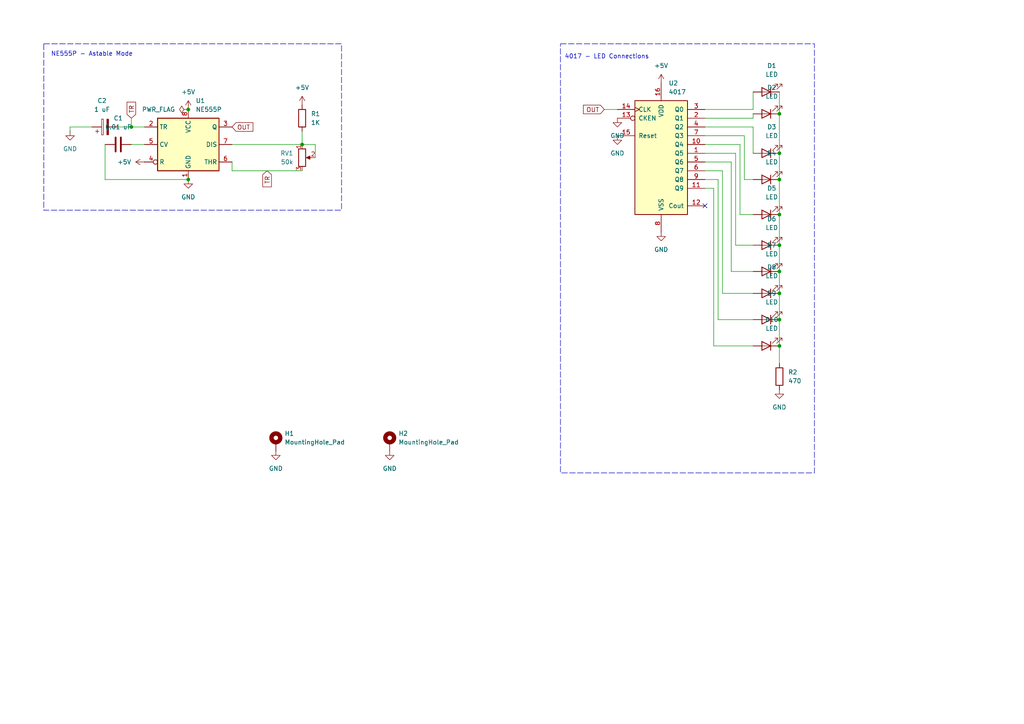
<source format=kicad_sch>
(kicad_sch
	(version 20250114)
	(generator "eeschema")
	(generator_version "9.0")
	(uuid "86a41cb9-37b8-4157-8356-33d29fe7fd12")
	(paper "A4")
	(lib_symbols
		(symbol "4xxx:4017"
			(pin_names
				(offset 1.016)
			)
			(exclude_from_sim no)
			(in_bom yes)
			(on_board yes)
			(property "Reference" "U"
				(at -7.62 16.51 0)
				(effects
					(font
						(size 1.27 1.27)
					)
				)
			)
			(property "Value" "4017"
				(at -7.62 -19.05 0)
				(effects
					(font
						(size 1.27 1.27)
					)
				)
			)
			(property "Footprint" ""
				(at 0 0 0)
				(effects
					(font
						(size 1.27 1.27)
					)
					(hide yes)
				)
			)
			(property "Datasheet" "http://www.intersil.com/content/dam/Intersil/documents/cd40/cd4017bms-22bms.pdf"
				(at 0 0 0)
				(effects
					(font
						(size 1.27 1.27)
					)
					(hide yes)
				)
			)
			(property "Description" "Johnson Counter ( 10 outputs )"
				(at 0 0 0)
				(effects
					(font
						(size 1.27 1.27)
					)
					(hide yes)
				)
			)
			(property "ki_locked" ""
				(at 0 0 0)
				(effects
					(font
						(size 1.27 1.27)
					)
				)
			)
			(property "ki_keywords" "CNT CNT10"
				(at 0 0 0)
				(effects
					(font
						(size 1.27 1.27)
					)
					(hide yes)
				)
			)
			(property "ki_fp_filters" "DIP?16*"
				(at 0 0 0)
				(effects
					(font
						(size 1.27 1.27)
					)
					(hide yes)
				)
			)
			(symbol "4017_1_0"
				(pin input clock
					(at -12.7 12.7 0)
					(length 5.08)
					(name "CLK"
						(effects
							(font
								(size 1.27 1.27)
							)
						)
					)
					(number "14"
						(effects
							(font
								(size 1.27 1.27)
							)
						)
					)
				)
				(pin input inverted
					(at -12.7 10.16 0)
					(length 5.08)
					(name "CKEN"
						(effects
							(font
								(size 1.27 1.27)
							)
						)
					)
					(number "13"
						(effects
							(font
								(size 1.27 1.27)
							)
						)
					)
				)
				(pin input line
					(at -12.7 5.08 0)
					(length 5.08)
					(name "Reset"
						(effects
							(font
								(size 1.27 1.27)
							)
						)
					)
					(number "15"
						(effects
							(font
								(size 1.27 1.27)
							)
						)
					)
				)
				(pin power_in line
					(at 0 20.32 270)
					(length 5.08)
					(name "VDD"
						(effects
							(font
								(size 1.27 1.27)
							)
						)
					)
					(number "16"
						(effects
							(font
								(size 1.27 1.27)
							)
						)
					)
				)
				(pin power_in line
					(at 0 -22.86 90)
					(length 5.08)
					(name "VSS"
						(effects
							(font
								(size 1.27 1.27)
							)
						)
					)
					(number "8"
						(effects
							(font
								(size 1.27 1.27)
							)
						)
					)
				)
				(pin output line
					(at 12.7 12.7 180)
					(length 5.08)
					(name "Q0"
						(effects
							(font
								(size 1.27 1.27)
							)
						)
					)
					(number "3"
						(effects
							(font
								(size 1.27 1.27)
							)
						)
					)
				)
				(pin output line
					(at 12.7 10.16 180)
					(length 5.08)
					(name "Q1"
						(effects
							(font
								(size 1.27 1.27)
							)
						)
					)
					(number "2"
						(effects
							(font
								(size 1.27 1.27)
							)
						)
					)
				)
				(pin output line
					(at 12.7 7.62 180)
					(length 5.08)
					(name "Q2"
						(effects
							(font
								(size 1.27 1.27)
							)
						)
					)
					(number "4"
						(effects
							(font
								(size 1.27 1.27)
							)
						)
					)
				)
				(pin output line
					(at 12.7 5.08 180)
					(length 5.08)
					(name "Q3"
						(effects
							(font
								(size 1.27 1.27)
							)
						)
					)
					(number "7"
						(effects
							(font
								(size 1.27 1.27)
							)
						)
					)
				)
				(pin output line
					(at 12.7 2.54 180)
					(length 5.08)
					(name "Q4"
						(effects
							(font
								(size 1.27 1.27)
							)
						)
					)
					(number "10"
						(effects
							(font
								(size 1.27 1.27)
							)
						)
					)
				)
				(pin output line
					(at 12.7 0 180)
					(length 5.08)
					(name "Q5"
						(effects
							(font
								(size 1.27 1.27)
							)
						)
					)
					(number "1"
						(effects
							(font
								(size 1.27 1.27)
							)
						)
					)
				)
				(pin output line
					(at 12.7 -2.54 180)
					(length 5.08)
					(name "Q6"
						(effects
							(font
								(size 1.27 1.27)
							)
						)
					)
					(number "5"
						(effects
							(font
								(size 1.27 1.27)
							)
						)
					)
				)
				(pin output line
					(at 12.7 -5.08 180)
					(length 5.08)
					(name "Q7"
						(effects
							(font
								(size 1.27 1.27)
							)
						)
					)
					(number "6"
						(effects
							(font
								(size 1.27 1.27)
							)
						)
					)
				)
				(pin output line
					(at 12.7 -7.62 180)
					(length 5.08)
					(name "Q8"
						(effects
							(font
								(size 1.27 1.27)
							)
						)
					)
					(number "9"
						(effects
							(font
								(size 1.27 1.27)
							)
						)
					)
				)
				(pin output line
					(at 12.7 -10.16 180)
					(length 5.08)
					(name "Q9"
						(effects
							(font
								(size 1.27 1.27)
							)
						)
					)
					(number "11"
						(effects
							(font
								(size 1.27 1.27)
							)
						)
					)
				)
				(pin output line
					(at 12.7 -15.24 180)
					(length 5.08)
					(name "Cout"
						(effects
							(font
								(size 1.27 1.27)
							)
						)
					)
					(number "12"
						(effects
							(font
								(size 1.27 1.27)
							)
						)
					)
				)
			)
			(symbol "4017_1_1"
				(rectangle
					(start -7.62 15.24)
					(end 7.62 -17.78)
					(stroke
						(width 0.254)
						(type default)
					)
					(fill
						(type background)
					)
				)
			)
			(embedded_fonts no)
		)
		(symbol "Device:C"
			(pin_numbers
				(hide yes)
			)
			(pin_names
				(offset 0.254)
			)
			(exclude_from_sim no)
			(in_bom yes)
			(on_board yes)
			(property "Reference" "C"
				(at 0.635 2.54 0)
				(effects
					(font
						(size 1.27 1.27)
					)
					(justify left)
				)
			)
			(property "Value" "C"
				(at 0.635 -2.54 0)
				(effects
					(font
						(size 1.27 1.27)
					)
					(justify left)
				)
			)
			(property "Footprint" ""
				(at 0.9652 -3.81 0)
				(effects
					(font
						(size 1.27 1.27)
					)
					(hide yes)
				)
			)
			(property "Datasheet" "~"
				(at 0 0 0)
				(effects
					(font
						(size 1.27 1.27)
					)
					(hide yes)
				)
			)
			(property "Description" "Unpolarized capacitor"
				(at 0 0 0)
				(effects
					(font
						(size 1.27 1.27)
					)
					(hide yes)
				)
			)
			(property "ki_keywords" "cap capacitor"
				(at 0 0 0)
				(effects
					(font
						(size 1.27 1.27)
					)
					(hide yes)
				)
			)
			(property "ki_fp_filters" "C_*"
				(at 0 0 0)
				(effects
					(font
						(size 1.27 1.27)
					)
					(hide yes)
				)
			)
			(symbol "C_0_1"
				(polyline
					(pts
						(xy -2.032 0.762) (xy 2.032 0.762)
					)
					(stroke
						(width 0.508)
						(type default)
					)
					(fill
						(type none)
					)
				)
				(polyline
					(pts
						(xy -2.032 -0.762) (xy 2.032 -0.762)
					)
					(stroke
						(width 0.508)
						(type default)
					)
					(fill
						(type none)
					)
				)
			)
			(symbol "C_1_1"
				(pin passive line
					(at 0 3.81 270)
					(length 2.794)
					(name "~"
						(effects
							(font
								(size 1.27 1.27)
							)
						)
					)
					(number "1"
						(effects
							(font
								(size 1.27 1.27)
							)
						)
					)
				)
				(pin passive line
					(at 0 -3.81 90)
					(length 2.794)
					(name "~"
						(effects
							(font
								(size 1.27 1.27)
							)
						)
					)
					(number "2"
						(effects
							(font
								(size 1.27 1.27)
							)
						)
					)
				)
			)
			(embedded_fonts no)
		)
		(symbol "Device:C_Polarized"
			(pin_numbers
				(hide yes)
			)
			(pin_names
				(offset 0.254)
			)
			(exclude_from_sim no)
			(in_bom yes)
			(on_board yes)
			(property "Reference" "C"
				(at 0.635 2.54 0)
				(effects
					(font
						(size 1.27 1.27)
					)
					(justify left)
				)
			)
			(property "Value" "C_Polarized"
				(at 0.635 -2.54 0)
				(effects
					(font
						(size 1.27 1.27)
					)
					(justify left)
				)
			)
			(property "Footprint" ""
				(at 0.9652 -3.81 0)
				(effects
					(font
						(size 1.27 1.27)
					)
					(hide yes)
				)
			)
			(property "Datasheet" "~"
				(at 0 0 0)
				(effects
					(font
						(size 1.27 1.27)
					)
					(hide yes)
				)
			)
			(property "Description" "Polarized capacitor"
				(at 0 0 0)
				(effects
					(font
						(size 1.27 1.27)
					)
					(hide yes)
				)
			)
			(property "ki_keywords" "cap capacitor"
				(at 0 0 0)
				(effects
					(font
						(size 1.27 1.27)
					)
					(hide yes)
				)
			)
			(property "ki_fp_filters" "CP_*"
				(at 0 0 0)
				(effects
					(font
						(size 1.27 1.27)
					)
					(hide yes)
				)
			)
			(symbol "C_Polarized_0_1"
				(rectangle
					(start -2.286 0.508)
					(end 2.286 1.016)
					(stroke
						(width 0)
						(type default)
					)
					(fill
						(type none)
					)
				)
				(polyline
					(pts
						(xy -1.778 2.286) (xy -0.762 2.286)
					)
					(stroke
						(width 0)
						(type default)
					)
					(fill
						(type none)
					)
				)
				(polyline
					(pts
						(xy -1.27 2.794) (xy -1.27 1.778)
					)
					(stroke
						(width 0)
						(type default)
					)
					(fill
						(type none)
					)
				)
				(rectangle
					(start 2.286 -0.508)
					(end -2.286 -1.016)
					(stroke
						(width 0)
						(type default)
					)
					(fill
						(type outline)
					)
				)
			)
			(symbol "C_Polarized_1_1"
				(pin passive line
					(at 0 3.81 270)
					(length 2.794)
					(name "~"
						(effects
							(font
								(size 1.27 1.27)
							)
						)
					)
					(number "1"
						(effects
							(font
								(size 1.27 1.27)
							)
						)
					)
				)
				(pin passive line
					(at 0 -3.81 90)
					(length 2.794)
					(name "~"
						(effects
							(font
								(size 1.27 1.27)
							)
						)
					)
					(number "2"
						(effects
							(font
								(size 1.27 1.27)
							)
						)
					)
				)
			)
			(embedded_fonts no)
		)
		(symbol "Device:LED"
			(pin_numbers
				(hide yes)
			)
			(pin_names
				(offset 1.016)
				(hide yes)
			)
			(exclude_from_sim no)
			(in_bom yes)
			(on_board yes)
			(property "Reference" "D"
				(at 0 2.54 0)
				(effects
					(font
						(size 1.27 1.27)
					)
				)
			)
			(property "Value" "LED"
				(at 0 -2.54 0)
				(effects
					(font
						(size 1.27 1.27)
					)
				)
			)
			(property "Footprint" ""
				(at 0 0 0)
				(effects
					(font
						(size 1.27 1.27)
					)
					(hide yes)
				)
			)
			(property "Datasheet" "~"
				(at 0 0 0)
				(effects
					(font
						(size 1.27 1.27)
					)
					(hide yes)
				)
			)
			(property "Description" "Light emitting diode"
				(at 0 0 0)
				(effects
					(font
						(size 1.27 1.27)
					)
					(hide yes)
				)
			)
			(property "Sim.Pins" "1=K 2=A"
				(at 0 0 0)
				(effects
					(font
						(size 1.27 1.27)
					)
					(hide yes)
				)
			)
			(property "ki_keywords" "LED diode"
				(at 0 0 0)
				(effects
					(font
						(size 1.27 1.27)
					)
					(hide yes)
				)
			)
			(property "ki_fp_filters" "LED* LED_SMD:* LED_THT:*"
				(at 0 0 0)
				(effects
					(font
						(size 1.27 1.27)
					)
					(hide yes)
				)
			)
			(symbol "LED_0_1"
				(polyline
					(pts
						(xy -3.048 -0.762) (xy -4.572 -2.286) (xy -3.81 -2.286) (xy -4.572 -2.286) (xy -4.572 -1.524)
					)
					(stroke
						(width 0)
						(type default)
					)
					(fill
						(type none)
					)
				)
				(polyline
					(pts
						(xy -1.778 -0.762) (xy -3.302 -2.286) (xy -2.54 -2.286) (xy -3.302 -2.286) (xy -3.302 -1.524)
					)
					(stroke
						(width 0)
						(type default)
					)
					(fill
						(type none)
					)
				)
				(polyline
					(pts
						(xy -1.27 0) (xy 1.27 0)
					)
					(stroke
						(width 0)
						(type default)
					)
					(fill
						(type none)
					)
				)
				(polyline
					(pts
						(xy -1.27 -1.27) (xy -1.27 1.27)
					)
					(stroke
						(width 0.254)
						(type default)
					)
					(fill
						(type none)
					)
				)
				(polyline
					(pts
						(xy 1.27 -1.27) (xy 1.27 1.27) (xy -1.27 0) (xy 1.27 -1.27)
					)
					(stroke
						(width 0.254)
						(type default)
					)
					(fill
						(type none)
					)
				)
			)
			(symbol "LED_1_1"
				(pin passive line
					(at -3.81 0 0)
					(length 2.54)
					(name "K"
						(effects
							(font
								(size 1.27 1.27)
							)
						)
					)
					(number "1"
						(effects
							(font
								(size 1.27 1.27)
							)
						)
					)
				)
				(pin passive line
					(at 3.81 0 180)
					(length 2.54)
					(name "A"
						(effects
							(font
								(size 1.27 1.27)
							)
						)
					)
					(number "2"
						(effects
							(font
								(size 1.27 1.27)
							)
						)
					)
				)
			)
			(embedded_fonts no)
		)
		(symbol "Device:R"
			(pin_numbers
				(hide yes)
			)
			(pin_names
				(offset 0)
			)
			(exclude_from_sim no)
			(in_bom yes)
			(on_board yes)
			(property "Reference" "R"
				(at 2.032 0 90)
				(effects
					(font
						(size 1.27 1.27)
					)
				)
			)
			(property "Value" "R"
				(at 0 0 90)
				(effects
					(font
						(size 1.27 1.27)
					)
				)
			)
			(property "Footprint" ""
				(at -1.778 0 90)
				(effects
					(font
						(size 1.27 1.27)
					)
					(hide yes)
				)
			)
			(property "Datasheet" "~"
				(at 0 0 0)
				(effects
					(font
						(size 1.27 1.27)
					)
					(hide yes)
				)
			)
			(property "Description" "Resistor"
				(at 0 0 0)
				(effects
					(font
						(size 1.27 1.27)
					)
					(hide yes)
				)
			)
			(property "ki_keywords" "R res resistor"
				(at 0 0 0)
				(effects
					(font
						(size 1.27 1.27)
					)
					(hide yes)
				)
			)
			(property "ki_fp_filters" "R_*"
				(at 0 0 0)
				(effects
					(font
						(size 1.27 1.27)
					)
					(hide yes)
				)
			)
			(symbol "R_0_1"
				(rectangle
					(start -1.016 -2.54)
					(end 1.016 2.54)
					(stroke
						(width 0.254)
						(type default)
					)
					(fill
						(type none)
					)
				)
			)
			(symbol "R_1_1"
				(pin passive line
					(at 0 3.81 270)
					(length 1.27)
					(name "~"
						(effects
							(font
								(size 1.27 1.27)
							)
						)
					)
					(number "1"
						(effects
							(font
								(size 1.27 1.27)
							)
						)
					)
				)
				(pin passive line
					(at 0 -3.81 90)
					(length 1.27)
					(name "~"
						(effects
							(font
								(size 1.27 1.27)
							)
						)
					)
					(number "2"
						(effects
							(font
								(size 1.27 1.27)
							)
						)
					)
				)
			)
			(embedded_fonts no)
		)
		(symbol "Device:R_Potentiometer"
			(pin_names
				(offset 1.016)
				(hide yes)
			)
			(exclude_from_sim no)
			(in_bom yes)
			(on_board yes)
			(property "Reference" "RV"
				(at -4.445 0 90)
				(effects
					(font
						(size 1.27 1.27)
					)
				)
			)
			(property "Value" "R_Potentiometer"
				(at -2.54 0 90)
				(effects
					(font
						(size 1.27 1.27)
					)
				)
			)
			(property "Footprint" ""
				(at 0 0 0)
				(effects
					(font
						(size 1.27 1.27)
					)
					(hide yes)
				)
			)
			(property "Datasheet" "~"
				(at 0 0 0)
				(effects
					(font
						(size 1.27 1.27)
					)
					(hide yes)
				)
			)
			(property "Description" "Potentiometer"
				(at 0 0 0)
				(effects
					(font
						(size 1.27 1.27)
					)
					(hide yes)
				)
			)
			(property "ki_keywords" "resistor variable"
				(at 0 0 0)
				(effects
					(font
						(size 1.27 1.27)
					)
					(hide yes)
				)
			)
			(property "ki_fp_filters" "Potentiometer*"
				(at 0 0 0)
				(effects
					(font
						(size 1.27 1.27)
					)
					(hide yes)
				)
			)
			(symbol "R_Potentiometer_0_1"
				(rectangle
					(start 1.016 2.54)
					(end -1.016 -2.54)
					(stroke
						(width 0.254)
						(type default)
					)
					(fill
						(type none)
					)
				)
				(polyline
					(pts
						(xy 1.143 0) (xy 2.286 0.508) (xy 2.286 -0.508) (xy 1.143 0)
					)
					(stroke
						(width 0)
						(type default)
					)
					(fill
						(type outline)
					)
				)
				(polyline
					(pts
						(xy 2.54 0) (xy 1.524 0)
					)
					(stroke
						(width 0)
						(type default)
					)
					(fill
						(type none)
					)
				)
			)
			(symbol "R_Potentiometer_1_1"
				(pin passive line
					(at 0 3.81 270)
					(length 1.27)
					(name "1"
						(effects
							(font
								(size 1.27 1.27)
							)
						)
					)
					(number "1"
						(effects
							(font
								(size 1.27 1.27)
							)
						)
					)
				)
				(pin passive line
					(at 0 -3.81 90)
					(length 1.27)
					(name "3"
						(effects
							(font
								(size 1.27 1.27)
							)
						)
					)
					(number "3"
						(effects
							(font
								(size 1.27 1.27)
							)
						)
					)
				)
				(pin passive line
					(at 3.81 0 180)
					(length 1.27)
					(name "2"
						(effects
							(font
								(size 1.27 1.27)
							)
						)
					)
					(number "2"
						(effects
							(font
								(size 1.27 1.27)
							)
						)
					)
				)
			)
			(embedded_fonts no)
		)
		(symbol "Mechanical:MountingHole_Pad"
			(pin_numbers
				(hide yes)
			)
			(pin_names
				(offset 1.016)
				(hide yes)
			)
			(exclude_from_sim no)
			(in_bom no)
			(on_board yes)
			(property "Reference" "H"
				(at 0 6.35 0)
				(effects
					(font
						(size 1.27 1.27)
					)
				)
			)
			(property "Value" "MountingHole_Pad"
				(at 0 4.445 0)
				(effects
					(font
						(size 1.27 1.27)
					)
				)
			)
			(property "Footprint" ""
				(at 0 0 0)
				(effects
					(font
						(size 1.27 1.27)
					)
					(hide yes)
				)
			)
			(property "Datasheet" "~"
				(at 0 0 0)
				(effects
					(font
						(size 1.27 1.27)
					)
					(hide yes)
				)
			)
			(property "Description" "Mounting Hole with connection"
				(at 0 0 0)
				(effects
					(font
						(size 1.27 1.27)
					)
					(hide yes)
				)
			)
			(property "ki_keywords" "mounting hole"
				(at 0 0 0)
				(effects
					(font
						(size 1.27 1.27)
					)
					(hide yes)
				)
			)
			(property "ki_fp_filters" "MountingHole*Pad*"
				(at 0 0 0)
				(effects
					(font
						(size 1.27 1.27)
					)
					(hide yes)
				)
			)
			(symbol "MountingHole_Pad_0_1"
				(circle
					(center 0 1.27)
					(radius 1.27)
					(stroke
						(width 1.27)
						(type default)
					)
					(fill
						(type none)
					)
				)
			)
			(symbol "MountingHole_Pad_1_1"
				(pin input line
					(at 0 -2.54 90)
					(length 2.54)
					(name "1"
						(effects
							(font
								(size 1.27 1.27)
							)
						)
					)
					(number "1"
						(effects
							(font
								(size 1.27 1.27)
							)
						)
					)
				)
			)
			(embedded_fonts no)
		)
		(symbol "Timer:NE555P"
			(exclude_from_sim no)
			(in_bom yes)
			(on_board yes)
			(property "Reference" "U"
				(at -10.16 8.89 0)
				(effects
					(font
						(size 1.27 1.27)
					)
					(justify left)
				)
			)
			(property "Value" "NE555P"
				(at 2.54 8.89 0)
				(effects
					(font
						(size 1.27 1.27)
					)
					(justify left)
				)
			)
			(property "Footprint" "Package_DIP:DIP-8_W7.62mm"
				(at 16.51 -10.16 0)
				(effects
					(font
						(size 1.27 1.27)
					)
					(hide yes)
				)
			)
			(property "Datasheet" "http://www.ti.com/lit/ds/symlink/ne555.pdf"
				(at 21.59 -10.16 0)
				(effects
					(font
						(size 1.27 1.27)
					)
					(hide yes)
				)
			)
			(property "Description" "Precision Timers, 555 compatible,  PDIP-8"
				(at 0 0 0)
				(effects
					(font
						(size 1.27 1.27)
					)
					(hide yes)
				)
			)
			(property "ki_keywords" "single timer 555"
				(at 0 0 0)
				(effects
					(font
						(size 1.27 1.27)
					)
					(hide yes)
				)
			)
			(property "ki_fp_filters" "DIP*W7.62mm*"
				(at 0 0 0)
				(effects
					(font
						(size 1.27 1.27)
					)
					(hide yes)
				)
			)
			(symbol "NE555P_0_0"
				(pin power_in line
					(at 0 10.16 270)
					(length 2.54)
					(name "VCC"
						(effects
							(font
								(size 1.27 1.27)
							)
						)
					)
					(number "8"
						(effects
							(font
								(size 1.27 1.27)
							)
						)
					)
				)
				(pin power_in line
					(at 0 -10.16 90)
					(length 2.54)
					(name "GND"
						(effects
							(font
								(size 1.27 1.27)
							)
						)
					)
					(number "1"
						(effects
							(font
								(size 1.27 1.27)
							)
						)
					)
				)
			)
			(symbol "NE555P_0_1"
				(rectangle
					(start -8.89 -7.62)
					(end 8.89 7.62)
					(stroke
						(width 0.254)
						(type default)
					)
					(fill
						(type background)
					)
				)
				(rectangle
					(start -8.89 -7.62)
					(end 8.89 7.62)
					(stroke
						(width 0.254)
						(type default)
					)
					(fill
						(type background)
					)
				)
			)
			(symbol "NE555P_1_1"
				(pin input line
					(at -12.7 5.08 0)
					(length 3.81)
					(name "TR"
						(effects
							(font
								(size 1.27 1.27)
							)
						)
					)
					(number "2"
						(effects
							(font
								(size 1.27 1.27)
							)
						)
					)
				)
				(pin input line
					(at -12.7 0 0)
					(length 3.81)
					(name "CV"
						(effects
							(font
								(size 1.27 1.27)
							)
						)
					)
					(number "5"
						(effects
							(font
								(size 1.27 1.27)
							)
						)
					)
				)
				(pin input inverted
					(at -12.7 -5.08 0)
					(length 3.81)
					(name "R"
						(effects
							(font
								(size 1.27 1.27)
							)
						)
					)
					(number "4"
						(effects
							(font
								(size 1.27 1.27)
							)
						)
					)
				)
				(pin output line
					(at 12.7 5.08 180)
					(length 3.81)
					(name "Q"
						(effects
							(font
								(size 1.27 1.27)
							)
						)
					)
					(number "3"
						(effects
							(font
								(size 1.27 1.27)
							)
						)
					)
				)
				(pin input line
					(at 12.7 0 180)
					(length 3.81)
					(name "DIS"
						(effects
							(font
								(size 1.27 1.27)
							)
						)
					)
					(number "7"
						(effects
							(font
								(size 1.27 1.27)
							)
						)
					)
				)
				(pin input line
					(at 12.7 -5.08 180)
					(length 3.81)
					(name "THR"
						(effects
							(font
								(size 1.27 1.27)
							)
						)
					)
					(number "6"
						(effects
							(font
								(size 1.27 1.27)
							)
						)
					)
				)
			)
			(embedded_fonts no)
		)
		(symbol "power:+5V"
			(power)
			(pin_numbers
				(hide yes)
			)
			(pin_names
				(offset 0)
				(hide yes)
			)
			(exclude_from_sim no)
			(in_bom yes)
			(on_board yes)
			(property "Reference" "#PWR"
				(at 0 -3.81 0)
				(effects
					(font
						(size 1.27 1.27)
					)
					(hide yes)
				)
			)
			(property "Value" "+5V"
				(at 0 3.556 0)
				(effects
					(font
						(size 1.27 1.27)
					)
				)
			)
			(property "Footprint" ""
				(at 0 0 0)
				(effects
					(font
						(size 1.27 1.27)
					)
					(hide yes)
				)
			)
			(property "Datasheet" ""
				(at 0 0 0)
				(effects
					(font
						(size 1.27 1.27)
					)
					(hide yes)
				)
			)
			(property "Description" "Power symbol creates a global label with name \"+5V\""
				(at 0 0 0)
				(effects
					(font
						(size 1.27 1.27)
					)
					(hide yes)
				)
			)
			(property "ki_keywords" "global power"
				(at 0 0 0)
				(effects
					(font
						(size 1.27 1.27)
					)
					(hide yes)
				)
			)
			(symbol "+5V_0_1"
				(polyline
					(pts
						(xy -0.762 1.27) (xy 0 2.54)
					)
					(stroke
						(width 0)
						(type default)
					)
					(fill
						(type none)
					)
				)
				(polyline
					(pts
						(xy 0 2.54) (xy 0.762 1.27)
					)
					(stroke
						(width 0)
						(type default)
					)
					(fill
						(type none)
					)
				)
				(polyline
					(pts
						(xy 0 0) (xy 0 2.54)
					)
					(stroke
						(width 0)
						(type default)
					)
					(fill
						(type none)
					)
				)
			)
			(symbol "+5V_1_1"
				(pin power_in line
					(at 0 0 90)
					(length 0)
					(name "~"
						(effects
							(font
								(size 1.27 1.27)
							)
						)
					)
					(number "1"
						(effects
							(font
								(size 1.27 1.27)
							)
						)
					)
				)
			)
			(embedded_fonts no)
		)
		(symbol "power:GND"
			(power)
			(pin_numbers
				(hide yes)
			)
			(pin_names
				(offset 0)
				(hide yes)
			)
			(exclude_from_sim no)
			(in_bom yes)
			(on_board yes)
			(property "Reference" "#PWR"
				(at 0 -6.35 0)
				(effects
					(font
						(size 1.27 1.27)
					)
					(hide yes)
				)
			)
			(property "Value" "GND"
				(at 0 -3.81 0)
				(effects
					(font
						(size 1.27 1.27)
					)
				)
			)
			(property "Footprint" ""
				(at 0 0 0)
				(effects
					(font
						(size 1.27 1.27)
					)
					(hide yes)
				)
			)
			(property "Datasheet" ""
				(at 0 0 0)
				(effects
					(font
						(size 1.27 1.27)
					)
					(hide yes)
				)
			)
			(property "Description" "Power symbol creates a global label with name \"GND\" , ground"
				(at 0 0 0)
				(effects
					(font
						(size 1.27 1.27)
					)
					(hide yes)
				)
			)
			(property "ki_keywords" "global power"
				(at 0 0 0)
				(effects
					(font
						(size 1.27 1.27)
					)
					(hide yes)
				)
			)
			(symbol "GND_0_1"
				(polyline
					(pts
						(xy 0 0) (xy 0 -1.27) (xy 1.27 -1.27) (xy 0 -2.54) (xy -1.27 -1.27) (xy 0 -1.27)
					)
					(stroke
						(width 0)
						(type default)
					)
					(fill
						(type none)
					)
				)
			)
			(symbol "GND_1_1"
				(pin power_in line
					(at 0 0 270)
					(length 0)
					(name "~"
						(effects
							(font
								(size 1.27 1.27)
							)
						)
					)
					(number "1"
						(effects
							(font
								(size 1.27 1.27)
							)
						)
					)
				)
			)
			(embedded_fonts no)
		)
		(symbol "power:PWR_FLAG"
			(power)
			(pin_numbers
				(hide yes)
			)
			(pin_names
				(offset 0)
				(hide yes)
			)
			(exclude_from_sim no)
			(in_bom yes)
			(on_board yes)
			(property "Reference" "#FLG"
				(at 0 1.905 0)
				(effects
					(font
						(size 1.27 1.27)
					)
					(hide yes)
				)
			)
			(property "Value" "PWR_FLAG"
				(at 0 3.81 0)
				(effects
					(font
						(size 1.27 1.27)
					)
				)
			)
			(property "Footprint" ""
				(at 0 0 0)
				(effects
					(font
						(size 1.27 1.27)
					)
					(hide yes)
				)
			)
			(property "Datasheet" "~"
				(at 0 0 0)
				(effects
					(font
						(size 1.27 1.27)
					)
					(hide yes)
				)
			)
			(property "Description" "Special symbol for telling ERC where power comes from"
				(at 0 0 0)
				(effects
					(font
						(size 1.27 1.27)
					)
					(hide yes)
				)
			)
			(property "ki_keywords" "flag power"
				(at 0 0 0)
				(effects
					(font
						(size 1.27 1.27)
					)
					(hide yes)
				)
			)
			(symbol "PWR_FLAG_0_0"
				(pin power_out line
					(at 0 0 90)
					(length 0)
					(name "~"
						(effects
							(font
								(size 1.27 1.27)
							)
						)
					)
					(number "1"
						(effects
							(font
								(size 1.27 1.27)
							)
						)
					)
				)
			)
			(symbol "PWR_FLAG_0_1"
				(polyline
					(pts
						(xy 0 0) (xy 0 1.27) (xy -1.016 1.905) (xy 0 2.54) (xy 1.016 1.905) (xy 0 1.27)
					)
					(stroke
						(width 0)
						(type default)
					)
					(fill
						(type none)
					)
				)
			)
			(embedded_fonts no)
		)
	)
	(rectangle
		(start 162.56 12.7)
		(end 236.22 137.16)
		(stroke
			(width 0)
			(type dash)
		)
		(fill
			(type none)
		)
		(uuid 4eb0c623-aea1-4705-a5e6-8c9dd3eea193)
	)
	(rectangle
		(start 12.7 12.7)
		(end 99.06 60.96)
		(stroke
			(width 0)
			(type dash)
		)
		(fill
			(type none)
		)
		(uuid c49c9988-d636-4a83-b7e1-95905c146ece)
	)
	(text "NE555P - Astable Mode"
		(exclude_from_sim no)
		(at 26.67 15.748 0)
		(effects
			(font
				(size 1.27 1.27)
			)
		)
		(uuid "2339a9d1-b759-4555-ab02-d50b10c824e5")
	)
	(text "4017 - LED Connections"
		(exclude_from_sim no)
		(at 176.022 16.51 0)
		(effects
			(font
				(size 1.27 1.27)
			)
		)
		(uuid "7dd39496-005c-485e-9953-df5fd755435a")
	)
	(junction
		(at 226.06 52.07)
		(diameter 0)
		(color 0 0 0 0)
		(uuid "0f26641f-48e0-4555-8ba1-a4d5d5425724")
	)
	(junction
		(at 38.1 36.83)
		(diameter 0)
		(color 0 0 0 0)
		(uuid "2f770b5f-e97e-4cff-a591-fcf31c3e2709")
	)
	(junction
		(at 226.06 44.45)
		(diameter 0)
		(color 0 0 0 0)
		(uuid "3639a68f-c2dc-442e-ba0f-6a364a1cf4a8")
	)
	(junction
		(at 54.61 31.75)
		(diameter 0)
		(color 0 0 0 0)
		(uuid "4a026386-d617-4e35-9a24-095432bb0666")
	)
	(junction
		(at 226.06 71.12)
		(diameter 0)
		(color 0 0 0 0)
		(uuid "67bdaef2-97a9-4c7d-9349-8362102693bc")
	)
	(junction
		(at 87.63 41.91)
		(diameter 0)
		(color 0 0 0 0)
		(uuid "6ccac217-08ad-44a7-8e76-de93f2cda587")
	)
	(junction
		(at 226.06 33.02)
		(diameter 0)
		(color 0 0 0 0)
		(uuid "7b1254fa-19d3-4b38-9bb4-101d2574a418")
	)
	(junction
		(at 226.06 85.09)
		(diameter 0)
		(color 0 0 0 0)
		(uuid "a04c4dad-bbdf-498a-b383-5bc5627c8421")
	)
	(junction
		(at 226.06 62.23)
		(diameter 0)
		(color 0 0 0 0)
		(uuid "d6d9c0a3-1010-45a4-bc45-81f972a1543b")
	)
	(junction
		(at 226.06 100.33)
		(diameter 0)
		(color 0 0 0 0)
		(uuid "d83c75e3-75d3-46a1-bb13-0e2825cebbec")
	)
	(junction
		(at 54.61 52.07)
		(diameter 0)
		(color 0 0 0 0)
		(uuid "e1e297d4-53df-431c-957a-3f71743041f4")
	)
	(junction
		(at 226.06 78.74)
		(diameter 0)
		(color 0 0 0 0)
		(uuid "e401fb27-a464-4d9c-a252-042b024464b0")
	)
	(junction
		(at 226.06 92.71)
		(diameter 0)
		(color 0 0 0 0)
		(uuid "e6ef9e13-3e10-4169-a08c-66f1b31e3eaf")
	)
	(no_connect
		(at 204.47 59.69)
		(uuid "f0e4e09a-835a-40bb-a107-d80cbfa7a709")
	)
	(wire
		(pts
			(xy 30.48 52.07) (xy 54.61 52.07)
		)
		(stroke
			(width 0)
			(type default)
		)
		(uuid "0826a071-101f-49cd-b685-4a25a9a0265d")
	)
	(wire
		(pts
			(xy 215.9 39.37) (xy 215.9 52.07)
		)
		(stroke
			(width 0)
			(type default)
		)
		(uuid "0e2ffd6f-ed99-4079-82d3-d328bd539071")
	)
	(wire
		(pts
			(xy 87.63 38.1) (xy 87.63 41.91)
		)
		(stroke
			(width 0)
			(type default)
		)
		(uuid "16161534-d985-461d-b730-d5775f35b63b")
	)
	(wire
		(pts
			(xy 214.63 62.23) (xy 218.44 62.23)
		)
		(stroke
			(width 0)
			(type default)
		)
		(uuid "161ea806-7268-4b4f-9ae3-e6ad0d62676d")
	)
	(wire
		(pts
			(xy 226.06 71.12) (xy 226.06 78.74)
		)
		(stroke
			(width 0)
			(type default)
		)
		(uuid "1784439d-767f-4477-a761-bcf87550ca17")
	)
	(wire
		(pts
			(xy 204.47 41.91) (xy 214.63 41.91)
		)
		(stroke
			(width 0)
			(type default)
		)
		(uuid "19517e02-bbda-45ce-89fb-0423100b9290")
	)
	(wire
		(pts
			(xy 218.44 34.29) (xy 218.44 33.02)
		)
		(stroke
			(width 0)
			(type default)
		)
		(uuid "1cfce9f2-f1aa-4bc9-8e96-2282ab7e8b5b")
	)
	(wire
		(pts
			(xy 67.31 49.53) (xy 87.63 49.53)
		)
		(stroke
			(width 0)
			(type default)
		)
		(uuid "1eaaf309-1140-4e81-8731-263e33f68f77")
	)
	(wire
		(pts
			(xy 209.55 85.09) (xy 218.44 85.09)
		)
		(stroke
			(width 0)
			(type default)
		)
		(uuid "2722422e-3231-49d2-9a80-e970b1f148d6")
	)
	(wire
		(pts
			(xy 215.9 52.07) (xy 218.44 52.07)
		)
		(stroke
			(width 0)
			(type default)
		)
		(uuid "2ce818d5-6d31-4adb-b4ab-c855802f112b")
	)
	(wire
		(pts
			(xy 38.1 34.29) (xy 38.1 36.83)
		)
		(stroke
			(width 0)
			(type default)
		)
		(uuid "3128132f-cd83-46f9-8bb3-48e8e7a5dde8")
	)
	(wire
		(pts
			(xy 207.01 100.33) (xy 218.44 100.33)
		)
		(stroke
			(width 0)
			(type default)
		)
		(uuid "3809fcb5-299a-4776-844e-e8dbb342aa5b")
	)
	(wire
		(pts
			(xy 226.06 44.45) (xy 226.06 52.07)
		)
		(stroke
			(width 0)
			(type default)
		)
		(uuid "3e9dc485-b7e5-419c-acd8-669a5f7b4f6a")
	)
	(wire
		(pts
			(xy 226.06 78.74) (xy 226.06 85.09)
		)
		(stroke
			(width 0)
			(type default)
		)
		(uuid "42cc086d-daad-42b9-a147-8f48cbb2aa2f")
	)
	(wire
		(pts
			(xy 213.36 44.45) (xy 213.36 71.12)
		)
		(stroke
			(width 0)
			(type default)
		)
		(uuid "4332cd71-88d6-4076-9842-12a2928fe3ff")
	)
	(wire
		(pts
			(xy 204.47 36.83) (xy 218.44 36.83)
		)
		(stroke
			(width 0)
			(type default)
		)
		(uuid "46592187-c390-4dfa-b6d6-67b8d47c1f78")
	)
	(wire
		(pts
			(xy 212.09 78.74) (xy 218.44 78.74)
		)
		(stroke
			(width 0)
			(type default)
		)
		(uuid "5bc52c9d-38f9-48de-a58c-4c4840a242c5")
	)
	(wire
		(pts
			(xy 212.09 46.99) (xy 212.09 78.74)
		)
		(stroke
			(width 0)
			(type default)
		)
		(uuid "61aa77f8-789c-4928-b9ab-9c60f9374942")
	)
	(wire
		(pts
			(xy 204.47 54.61) (xy 207.01 54.61)
		)
		(stroke
			(width 0)
			(type default)
		)
		(uuid "64f76a44-af24-497e-b510-31e09f1f6673")
	)
	(wire
		(pts
			(xy 226.06 26.67) (xy 226.06 33.02)
		)
		(stroke
			(width 0)
			(type default)
		)
		(uuid "736066eb-c611-4a0a-a002-396e1aefa7b2")
	)
	(wire
		(pts
			(xy 67.31 46.99) (xy 67.31 49.53)
		)
		(stroke
			(width 0)
			(type default)
		)
		(uuid "7bbc1e3d-d310-47a0-a028-a758111dd167")
	)
	(wire
		(pts
			(xy 226.06 85.09) (xy 226.06 92.71)
		)
		(stroke
			(width 0)
			(type default)
		)
		(uuid "83b18bdf-4f85-4615-84aa-719cf69f2058")
	)
	(wire
		(pts
			(xy 204.47 44.45) (xy 213.36 44.45)
		)
		(stroke
			(width 0)
			(type default)
		)
		(uuid "87fb5eac-d2d9-4449-bcd2-e84165273cdb")
	)
	(wire
		(pts
			(xy 226.06 100.33) (xy 226.06 105.41)
		)
		(stroke
			(width 0)
			(type default)
		)
		(uuid "88e41d42-a503-4163-a96a-77ebe1a8e722")
	)
	(wire
		(pts
			(xy 226.06 33.02) (xy 226.06 44.45)
		)
		(stroke
			(width 0)
			(type default)
		)
		(uuid "8c3a5ddc-2339-4ce9-955a-fa86d8ba9ba0")
	)
	(wire
		(pts
			(xy 226.06 92.71) (xy 226.06 100.33)
		)
		(stroke
			(width 0)
			(type default)
		)
		(uuid "8cc07e86-ec1f-406c-b482-22520508c4ed")
	)
	(wire
		(pts
			(xy 20.32 36.83) (xy 20.32 38.1)
		)
		(stroke
			(width 0)
			(type default)
		)
		(uuid "95a55d1e-a21f-4856-8faf-976f4fac6b48")
	)
	(wire
		(pts
			(xy 218.44 36.83) (xy 218.44 44.45)
		)
		(stroke
			(width 0)
			(type default)
		)
		(uuid "96cc79e9-c77c-4d81-a845-47dddc9f1870")
	)
	(wire
		(pts
			(xy 175.26 31.75) (xy 179.07 31.75)
		)
		(stroke
			(width 0)
			(type default)
		)
		(uuid "9b855b52-e680-42ad-b759-e67a90122c3f")
	)
	(wire
		(pts
			(xy 87.63 41.91) (xy 91.44 41.91)
		)
		(stroke
			(width 0)
			(type default)
		)
		(uuid "9c644b2e-4a4d-4937-b9f6-01dc3e6a66b2")
	)
	(wire
		(pts
			(xy 38.1 41.91) (xy 41.91 41.91)
		)
		(stroke
			(width 0)
			(type default)
		)
		(uuid "a001ea36-dd23-4577-a2bf-a8497151aab9")
	)
	(wire
		(pts
			(xy 208.28 92.71) (xy 218.44 92.71)
		)
		(stroke
			(width 0)
			(type default)
		)
		(uuid "a229e854-39ce-46a7-9063-42428bdb029b")
	)
	(wire
		(pts
			(xy 204.47 31.75) (xy 218.44 31.75)
		)
		(stroke
			(width 0)
			(type default)
		)
		(uuid "a2cc1432-3bdf-4ef4-9b03-c73e09ac9642")
	)
	(wire
		(pts
			(xy 30.48 41.91) (xy 30.48 52.07)
		)
		(stroke
			(width 0)
			(type default)
		)
		(uuid "a4484df3-df03-4ee0-bd49-a57965ab36a3")
	)
	(wire
		(pts
			(xy 214.63 41.91) (xy 214.63 62.23)
		)
		(stroke
			(width 0)
			(type default)
		)
		(uuid "a963ff20-0dac-46ad-9c7f-33ac446b22d7")
	)
	(wire
		(pts
			(xy 218.44 31.75) (xy 218.44 26.67)
		)
		(stroke
			(width 0)
			(type default)
		)
		(uuid "b4d2328d-0782-4842-b1d0-d4b2d480b738")
	)
	(wire
		(pts
			(xy 204.47 52.07) (xy 208.28 52.07)
		)
		(stroke
			(width 0)
			(type default)
		)
		(uuid "bb552ee1-564c-4047-bba1-c688b8e1132a")
	)
	(wire
		(pts
			(xy 226.06 52.07) (xy 226.06 62.23)
		)
		(stroke
			(width 0)
			(type default)
		)
		(uuid "c240f810-e16b-42ff-a4e4-2258adf2ef6a")
	)
	(wire
		(pts
			(xy 226.06 62.23) (xy 226.06 71.12)
		)
		(stroke
			(width 0)
			(type default)
		)
		(uuid "c346ffad-304a-47c3-9b80-b5309f4fbcdc")
	)
	(wire
		(pts
			(xy 91.44 41.91) (xy 91.44 45.72)
		)
		(stroke
			(width 0)
			(type default)
		)
		(uuid "c6af905b-59ea-40e2-bb17-6027653d83f3")
	)
	(wire
		(pts
			(xy 38.1 36.83) (xy 41.91 36.83)
		)
		(stroke
			(width 0)
			(type default)
		)
		(uuid "cab7a667-f4c5-45b4-ba6c-332c065cd6ca")
	)
	(wire
		(pts
			(xy 26.67 36.83) (xy 20.32 36.83)
		)
		(stroke
			(width 0)
			(type default)
		)
		(uuid "d20bc1d5-9a18-495d-897b-d325a055328d")
	)
	(wire
		(pts
			(xy 204.47 46.99) (xy 212.09 46.99)
		)
		(stroke
			(width 0)
			(type default)
		)
		(uuid "d3977482-74c2-44c9-82fb-4e2c574d4984")
	)
	(wire
		(pts
			(xy 204.47 39.37) (xy 215.9 39.37)
		)
		(stroke
			(width 0)
			(type default)
		)
		(uuid "deb69d9c-a65b-4797-8f45-bf612d7d39c2")
	)
	(wire
		(pts
			(xy 213.36 71.12) (xy 218.44 71.12)
		)
		(stroke
			(width 0)
			(type default)
		)
		(uuid "e6608c77-024f-4b6f-996d-9560ff0e5cc9")
	)
	(wire
		(pts
			(xy 67.31 41.91) (xy 87.63 41.91)
		)
		(stroke
			(width 0)
			(type default)
		)
		(uuid "e9c922a3-b111-4b19-a7d9-f8b66918dfc8")
	)
	(wire
		(pts
			(xy 207.01 54.61) (xy 207.01 100.33)
		)
		(stroke
			(width 0)
			(type default)
		)
		(uuid "f347d0b8-1da7-4400-8b85-571800cf8c6e")
	)
	(wire
		(pts
			(xy 204.47 34.29) (xy 218.44 34.29)
		)
		(stroke
			(width 0)
			(type default)
		)
		(uuid "f9e458a0-77ae-41c0-9c54-e314122465ed")
	)
	(wire
		(pts
			(xy 204.47 49.53) (xy 209.55 49.53)
		)
		(stroke
			(width 0)
			(type default)
		)
		(uuid "fc96c024-0820-41ea-8f40-0da8911fb61f")
	)
	(wire
		(pts
			(xy 208.28 52.07) (xy 208.28 92.71)
		)
		(stroke
			(width 0)
			(type default)
		)
		(uuid "fcee8c46-6d68-4079-aab7-c388cdc23298")
	)
	(wire
		(pts
			(xy 34.29 36.83) (xy 38.1 36.83)
		)
		(stroke
			(width 0)
			(type default)
		)
		(uuid "fe449a18-86ad-47b7-81d6-b00fc0b7e3cd")
	)
	(wire
		(pts
			(xy 209.55 49.53) (xy 209.55 85.09)
		)
		(stroke
			(width 0)
			(type default)
		)
		(uuid "ff0e0d8e-6510-40be-b2b8-fdef106aba17")
	)
	(global_label "OUT"
		(shape input)
		(at 67.31 36.83 0)
		(fields_autoplaced yes)
		(effects
			(font
				(size 1.27 1.27)
			)
			(justify left)
		)
		(uuid "2e5d6363-deff-4bc0-bc21-d4ddd9026671")
		(property "Intersheetrefs" "${INTERSHEET_REFS}"
			(at 73.9238 36.83 0)
			(effects
				(font
					(size 1.27 1.27)
				)
				(justify left)
				(hide yes)
			)
		)
	)
	(global_label "TR"
		(shape input)
		(at 77.47 49.53 270)
		(fields_autoplaced yes)
		(effects
			(font
				(size 1.27 1.27)
			)
			(justify right)
		)
		(uuid "3e831929-22db-4d86-971c-0eb773463019")
		(property "Intersheetrefs" "${INTERSHEET_REFS}"
			(at 77.47 54.7528 90)
			(effects
				(font
					(size 1.27 1.27)
				)
				(justify right)
				(hide yes)
			)
		)
	)
	(global_label "TR"
		(shape input)
		(at 38.1 34.29 90)
		(fields_autoplaced yes)
		(effects
			(font
				(size 1.27 1.27)
			)
			(justify left)
		)
		(uuid "5cc40f90-3e14-4e9b-8a5c-fa8e79895f58")
		(property "Intersheetrefs" "${INTERSHEET_REFS}"
			(at 38.1 29.0672 90)
			(effects
				(font
					(size 1.27 1.27)
				)
				(justify left)
				(hide yes)
			)
		)
	)
	(global_label "OUT"
		(shape input)
		(at 175.26 31.75 180)
		(fields_autoplaced yes)
		(effects
			(font
				(size 1.27 1.27)
			)
			(justify right)
		)
		(uuid "aec8f6b4-8364-466b-ab81-ba38c5cb6aa4")
		(property "Intersheetrefs" "${INTERSHEET_REFS}"
			(at 168.6462 31.75 0)
			(effects
				(font
					(size 1.27 1.27)
				)
				(justify right)
				(hide yes)
			)
		)
	)
	(symbol
		(lib_id "power:GND")
		(at 20.32 38.1 0)
		(unit 1)
		(exclude_from_sim no)
		(in_bom yes)
		(on_board yes)
		(dnp no)
		(fields_autoplaced yes)
		(uuid "05e14f40-b218-460b-9aba-3328fad1eace")
		(property "Reference" "#PWR01"
			(at 20.32 44.45 0)
			(effects
				(font
					(size 1.27 1.27)
				)
				(hide yes)
			)
		)
		(property "Value" "GND"
			(at 20.32 43.18 0)
			(effects
				(font
					(size 1.27 1.27)
				)
			)
		)
		(property "Footprint" ""
			(at 20.32 38.1 0)
			(effects
				(font
					(size 1.27 1.27)
				)
				(hide yes)
			)
		)
		(property "Datasheet" ""
			(at 20.32 38.1 0)
			(effects
				(font
					(size 1.27 1.27)
				)
				(hide yes)
			)
		)
		(property "Description" "Power symbol creates a global label with name \"GND\" , ground"
			(at 20.32 38.1 0)
			(effects
				(font
					(size 1.27 1.27)
				)
				(hide yes)
			)
		)
		(pin "1"
			(uuid "88e2e65f-8935-4018-94e4-f764070586b4")
		)
		(instances
			(project ""
				(path "/86a41cb9-37b8-4157-8356-33d29fe7fd12"
					(reference "#PWR01")
					(unit 1)
				)
			)
		)
	)
	(symbol
		(lib_id "Device:LED")
		(at 222.25 92.71 180)
		(unit 1)
		(exclude_from_sim no)
		(in_bom yes)
		(on_board yes)
		(dnp no)
		(fields_autoplaced yes)
		(uuid "0877c297-dac6-4655-abad-0da0696e3420")
		(property "Reference" "D9"
			(at 223.8375 85.09 0)
			(effects
				(font
					(size 1.27 1.27)
				)
			)
		)
		(property "Value" "LED"
			(at 223.8375 87.63 0)
			(effects
				(font
					(size 1.27 1.27)
				)
			)
		)
		(property "Footprint" "LED_THT:LED_D3.0mm"
			(at 222.25 92.71 0)
			(effects
				(font
					(size 1.27 1.27)
				)
				(hide yes)
			)
		)
		(property "Datasheet" "~"
			(at 222.25 92.71 0)
			(effects
				(font
					(size 1.27 1.27)
				)
				(hide yes)
			)
		)
		(property "Description" "Light emitting diode"
			(at 222.25 92.71 0)
			(effects
				(font
					(size 1.27 1.27)
				)
				(hide yes)
			)
		)
		(property "Sim.Pins" "1=K 2=A"
			(at 222.25 92.71 0)
			(effects
				(font
					(size 1.27 1.27)
				)
				(hide yes)
			)
		)
		(pin "1"
			(uuid "1a7c67bb-30a3-4938-9703-f4e74d712750")
		)
		(pin "2"
			(uuid "716c66c3-5d60-4dd5-bdb2-7093391ccc33")
		)
		(instances
			(project ""
				(path "/86a41cb9-37b8-4157-8356-33d29fe7fd12"
					(reference "D9")
					(unit 1)
				)
			)
		)
	)
	(symbol
		(lib_id "power:GND")
		(at 179.07 39.37 0)
		(unit 1)
		(exclude_from_sim no)
		(in_bom yes)
		(on_board yes)
		(dnp no)
		(fields_autoplaced yes)
		(uuid "1766d57a-a6a8-4d3c-8d73-1b32d9db1a54")
		(property "Reference" "#PWR09"
			(at 179.07 45.72 0)
			(effects
				(font
					(size 1.27 1.27)
				)
				(hide yes)
			)
		)
		(property "Value" "GND"
			(at 179.07 44.45 0)
			(effects
				(font
					(size 1.27 1.27)
				)
			)
		)
		(property "Footprint" ""
			(at 179.07 39.37 0)
			(effects
				(font
					(size 1.27 1.27)
				)
				(hide yes)
			)
		)
		(property "Datasheet" ""
			(at 179.07 39.37 0)
			(effects
				(font
					(size 1.27 1.27)
				)
				(hide yes)
			)
		)
		(property "Description" "Power symbol creates a global label with name \"GND\" , ground"
			(at 179.07 39.37 0)
			(effects
				(font
					(size 1.27 1.27)
				)
				(hide yes)
			)
		)
		(pin "1"
			(uuid "3e9e9af8-73bd-408e-86b9-7ad4b6a406c4")
		)
		(instances
			(project ""
				(path "/86a41cb9-37b8-4157-8356-33d29fe7fd12"
					(reference "#PWR09")
					(unit 1)
				)
			)
		)
	)
	(symbol
		(lib_id "Device:LED")
		(at 222.25 26.67 180)
		(unit 1)
		(exclude_from_sim no)
		(in_bom yes)
		(on_board yes)
		(dnp no)
		(fields_autoplaced yes)
		(uuid "1fdefafd-d892-4e6a-b4b7-d6a492bf3c6a")
		(property "Reference" "D1"
			(at 223.8375 19.05 0)
			(effects
				(font
					(size 1.27 1.27)
				)
			)
		)
		(property "Value" "LED"
			(at 223.8375 21.59 0)
			(effects
				(font
					(size 1.27 1.27)
				)
			)
		)
		(property "Footprint" "LED_THT:LED_D3.0mm"
			(at 222.25 26.67 0)
			(effects
				(font
					(size 1.27 1.27)
				)
				(hide yes)
			)
		)
		(property "Datasheet" "~"
			(at 222.25 26.67 0)
			(effects
				(font
					(size 1.27 1.27)
				)
				(hide yes)
			)
		)
		(property "Description" "Light emitting diode"
			(at 222.25 26.67 0)
			(effects
				(font
					(size 1.27 1.27)
				)
				(hide yes)
			)
		)
		(property "Sim.Pins" "1=K 2=A"
			(at 222.25 26.67 0)
			(effects
				(font
					(size 1.27 1.27)
				)
				(hide yes)
			)
		)
		(pin "1"
			(uuid "1a7c67bb-30a3-4938-9703-f4e74d712750")
		)
		(pin "2"
			(uuid "716c66c3-5d60-4dd5-bdb2-7093391ccc33")
		)
		(instances
			(project ""
				(path "/86a41cb9-37b8-4157-8356-33d29fe7fd12"
					(reference "D1")
					(unit 1)
				)
			)
		)
	)
	(symbol
		(lib_id "4xxx:4017")
		(at 191.77 44.45 0)
		(unit 1)
		(exclude_from_sim no)
		(in_bom yes)
		(on_board yes)
		(dnp no)
		(fields_autoplaced yes)
		(uuid "235711ad-e5cc-4d5e-afa0-207016ea020a")
		(property "Reference" "U2"
			(at 193.9133 24.13 0)
			(effects
				(font
					(size 1.27 1.27)
				)
				(justify left)
			)
		)
		(property "Value" "4017"
			(at 193.9133 26.67 0)
			(effects
				(font
					(size 1.27 1.27)
				)
				(justify left)
			)
		)
		(property "Footprint" "rand:N16"
			(at 191.77 44.45 0)
			(effects
				(font
					(size 1.27 1.27)
				)
				(hide yes)
			)
		)
		(property "Datasheet" "http://www.intersil.com/content/dam/Intersil/documents/cd40/cd4017bms-22bms.pdf"
			(at 191.77 44.45 0)
			(effects
				(font
					(size 1.27 1.27)
				)
				(hide yes)
			)
		)
		(property "Description" "Johnson Counter ( 10 outputs )"
			(at 191.77 44.45 0)
			(effects
				(font
					(size 1.27 1.27)
				)
				(hide yes)
			)
		)
		(pin "9"
			(uuid "73193a7d-e26b-4e06-a3b0-744c7ddd269f")
		)
		(pin "11"
			(uuid "0ad307f6-73fe-4061-91f7-8847d71ba0f7")
		)
		(pin "12"
			(uuid "8cbe4141-7403-4e43-bf69-bbb4021ae684")
		)
		(pin "10"
			(uuid "d7e1fd4f-f2f4-4961-8a31-fdd3359c5ab7")
		)
		(pin "14"
			(uuid "dd47a42f-9ba7-4fda-ae85-01f9bdd3fa43")
		)
		(pin "1"
			(uuid "05a94047-f773-45dd-b1af-14bd36a163ec")
		)
		(pin "4"
			(uuid "bc1622bb-fa5d-436a-93eb-c2bb824ab65c")
		)
		(pin "3"
			(uuid "1b2388d8-7c34-4f2e-a75d-a2d0e0482d5a")
		)
		(pin "5"
			(uuid "60841dbd-56e5-49b6-bddc-767825c02f6f")
		)
		(pin "2"
			(uuid "08088625-c14f-4b58-9368-949aba7e70c9")
		)
		(pin "8"
			(uuid "132d0cc2-5afd-4750-890c-9b26f103c09b")
		)
		(pin "15"
			(uuid "f2b70a5a-6fd3-4149-937a-455a8ff8c93f")
		)
		(pin "7"
			(uuid "e2c0d821-973c-4df3-b510-20e4d8798622")
		)
		(pin "13"
			(uuid "eddf74c1-1cdf-4aeb-bfdb-a2b4fd8fb310")
		)
		(pin "16"
			(uuid "0d600d58-0eae-47c3-8c48-bb726766f814")
		)
		(pin "6"
			(uuid "21a22b63-d36a-44fa-9385-cfbfc9f9a6fa")
		)
		(instances
			(project ""
				(path "/86a41cb9-37b8-4157-8356-33d29fe7fd12"
					(reference "U2")
					(unit 1)
				)
			)
		)
	)
	(symbol
		(lib_id "Device:LED")
		(at 222.25 85.09 180)
		(unit 1)
		(exclude_from_sim no)
		(in_bom yes)
		(on_board yes)
		(dnp no)
		(fields_autoplaced yes)
		(uuid "359e2714-4eab-4840-87e2-db575fc282df")
		(property "Reference" "D8"
			(at 223.8375 77.47 0)
			(effects
				(font
					(size 1.27 1.27)
				)
			)
		)
		(property "Value" "LED"
			(at 223.8375 80.01 0)
			(effects
				(font
					(size 1.27 1.27)
				)
			)
		)
		(property "Footprint" "LED_THT:LED_D3.0mm"
			(at 222.25 85.09 0)
			(effects
				(font
					(size 1.27 1.27)
				)
				(hide yes)
			)
		)
		(property "Datasheet" "~"
			(at 222.25 85.09 0)
			(effects
				(font
					(size 1.27 1.27)
				)
				(hide yes)
			)
		)
		(property "Description" "Light emitting diode"
			(at 222.25 85.09 0)
			(effects
				(font
					(size 1.27 1.27)
				)
				(hide yes)
			)
		)
		(property "Sim.Pins" "1=K 2=A"
			(at 222.25 85.09 0)
			(effects
				(font
					(size 1.27 1.27)
				)
				(hide yes)
			)
		)
		(pin "1"
			(uuid "1a7c67bb-30a3-4938-9703-f4e74d712750")
		)
		(pin "2"
			(uuid "716c66c3-5d60-4dd5-bdb2-7093391ccc33")
		)
		(instances
			(project ""
				(path "/86a41cb9-37b8-4157-8356-33d29fe7fd12"
					(reference "D8")
					(unit 1)
				)
			)
		)
	)
	(symbol
		(lib_id "Device:C_Polarized")
		(at 30.48 36.83 90)
		(unit 1)
		(exclude_from_sim no)
		(in_bom yes)
		(on_board yes)
		(dnp no)
		(fields_autoplaced yes)
		(uuid "39f588ad-5d59-4cf9-8ea8-9c821b33b186")
		(property "Reference" "C2"
			(at 29.591 29.21 90)
			(effects
				(font
					(size 1.27 1.27)
				)
			)
		)
		(property "Value" "1 uF"
			(at 29.591 31.75 90)
			(effects
				(font
					(size 1.27 1.27)
				)
			)
		)
		(property "Footprint" "Capacitor_THT:CP_Radial_D5.0mm_P2.00mm"
			(at 34.29 35.8648 0)
			(effects
				(font
					(size 1.27 1.27)
				)
				(hide yes)
			)
		)
		(property "Datasheet" "~"
			(at 30.48 36.83 0)
			(effects
				(font
					(size 1.27 1.27)
				)
				(hide yes)
			)
		)
		(property "Description" "Polarized capacitor"
			(at 30.48 36.83 0)
			(effects
				(font
					(size 1.27 1.27)
				)
				(hide yes)
			)
		)
		(pin "1"
			(uuid "52f78e35-d516-478b-9874-8220031bb215")
		)
		(pin "2"
			(uuid "11ec8337-434c-4bca-9b93-5592ec491f53")
		)
		(instances
			(project ""
				(path "/86a41cb9-37b8-4157-8356-33d29fe7fd12"
					(reference "C2")
					(unit 1)
				)
			)
		)
	)
	(symbol
		(lib_id "Device:R")
		(at 87.63 34.29 0)
		(unit 1)
		(exclude_from_sim no)
		(in_bom yes)
		(on_board yes)
		(dnp no)
		(fields_autoplaced yes)
		(uuid "3da88076-d955-4732-940b-f422d2852201")
		(property "Reference" "R1"
			(at 90.17 33.0199 0)
			(effects
				(font
					(size 1.27 1.27)
				)
				(justify left)
			)
		)
		(property "Value" "1K"
			(at 90.17 35.5599 0)
			(effects
				(font
					(size 1.27 1.27)
				)
				(justify left)
			)
		)
		(property "Footprint" "Resistor_THT:R_Axial_DIN0207_L6.3mm_D2.5mm_P7.62mm_Horizontal"
			(at 85.852 34.29 90)
			(effects
				(font
					(size 1.27 1.27)
				)
				(hide yes)
			)
		)
		(property "Datasheet" "~"
			(at 87.63 34.29 0)
			(effects
				(font
					(size 1.27 1.27)
				)
				(hide yes)
			)
		)
		(property "Description" "Resistor"
			(at 87.63 34.29 0)
			(effects
				(font
					(size 1.27 1.27)
				)
				(hide yes)
			)
		)
		(pin "2"
			(uuid "4f23fb00-df8e-4f79-a181-f3347a89bb8c")
		)
		(pin "1"
			(uuid "5d51bb3b-fbf1-4f6f-817b-0fc34f8cbee1")
		)
		(instances
			(project ""
				(path "/86a41cb9-37b8-4157-8356-33d29fe7fd12"
					(reference "R1")
					(unit 1)
				)
			)
		)
	)
	(symbol
		(lib_id "Device:R")
		(at 226.06 109.22 180)
		(unit 1)
		(exclude_from_sim no)
		(in_bom yes)
		(on_board yes)
		(dnp no)
		(fields_autoplaced yes)
		(uuid "427a9d75-6e46-49df-b0d8-e5a9a11919f2")
		(property "Reference" "R2"
			(at 228.6 107.9499 0)
			(effects
				(font
					(size 1.27 1.27)
				)
				(justify right)
			)
		)
		(property "Value" "470"
			(at 228.6 110.4899 0)
			(effects
				(font
					(size 1.27 1.27)
				)
				(justify right)
			)
		)
		(property "Footprint" "Resistor_THT:R_Axial_DIN0207_L6.3mm_D2.5mm_P7.62mm_Horizontal"
			(at 227.838 109.22 90)
			(effects
				(font
					(size 1.27 1.27)
				)
				(hide yes)
			)
		)
		(property "Datasheet" "~"
			(at 226.06 109.22 0)
			(effects
				(font
					(size 1.27 1.27)
				)
				(hide yes)
			)
		)
		(property "Description" "Resistor"
			(at 226.06 109.22 0)
			(effects
				(font
					(size 1.27 1.27)
				)
				(hide yes)
			)
		)
		(pin "1"
			(uuid "9aa1136b-a1ca-4487-8638-a46128cff8e2")
		)
		(pin "2"
			(uuid "16503fc0-d9f8-4271-bbb7-b93ff2c30e41")
		)
		(instances
			(project ""
				(path "/86a41cb9-37b8-4157-8356-33d29fe7fd12"
					(reference "R2")
					(unit 1)
				)
			)
		)
	)
	(symbol
		(lib_id "power:GND")
		(at 113.03 130.81 0)
		(unit 1)
		(exclude_from_sim no)
		(in_bom yes)
		(on_board yes)
		(dnp no)
		(fields_autoplaced yes)
		(uuid "471f58e9-662b-4fa6-9c0e-7ff96b126365")
		(property "Reference" "#PWR07"
			(at 113.03 137.16 0)
			(effects
				(font
					(size 1.27 1.27)
				)
				(hide yes)
			)
		)
		(property "Value" "GND"
			(at 113.03 135.89 0)
			(effects
				(font
					(size 1.27 1.27)
				)
			)
		)
		(property "Footprint" ""
			(at 113.03 130.81 0)
			(effects
				(font
					(size 1.27 1.27)
				)
				(hide yes)
			)
		)
		(property "Datasheet" ""
			(at 113.03 130.81 0)
			(effects
				(font
					(size 1.27 1.27)
				)
				(hide yes)
			)
		)
		(property "Description" "Power symbol creates a global label with name \"GND\" , ground"
			(at 113.03 130.81 0)
			(effects
				(font
					(size 1.27 1.27)
				)
				(hide yes)
			)
		)
		(pin "1"
			(uuid "3e9e9af8-73bd-408e-86b9-7ad4b6a406c4")
		)
		(instances
			(project ""
				(path "/86a41cb9-37b8-4157-8356-33d29fe7fd12"
					(reference "#PWR07")
					(unit 1)
				)
			)
		)
	)
	(symbol
		(lib_id "Device:C")
		(at 34.29 41.91 90)
		(unit 1)
		(exclude_from_sim no)
		(in_bom yes)
		(on_board yes)
		(dnp no)
		(fields_autoplaced yes)
		(uuid "55cae897-720b-43af-9d40-ef662c92f1c3")
		(property "Reference" "C1"
			(at 34.29 34.29 90)
			(effects
				(font
					(size 1.27 1.27)
				)
			)
		)
		(property "Value" "0.01 uF"
			(at 34.29 36.83 90)
			(effects
				(font
					(size 1.27 1.27)
				)
			)
		)
		(property "Footprint" "Capacitor_THT:CP_Radial_D5.0mm_P2.00mm"
			(at 38.1 40.9448 0)
			(effects
				(font
					(size 1.27 1.27)
				)
				(hide yes)
			)
		)
		(property "Datasheet" "~"
			(at 34.29 41.91 0)
			(effects
				(font
					(size 1.27 1.27)
				)
				(hide yes)
			)
		)
		(property "Description" "Unpolarized capacitor"
			(at 34.29 41.91 0)
			(effects
				(font
					(size 1.27 1.27)
				)
				(hide yes)
			)
		)
		(pin "1"
			(uuid "7e9eb37b-8564-4305-bb95-3342196a7ae4")
		)
		(pin "2"
			(uuid "29003f8b-316e-42b1-a69c-a789d3cb1494")
		)
		(instances
			(project ""
				(path "/86a41cb9-37b8-4157-8356-33d29fe7fd12"
					(reference "C1")
					(unit 1)
				)
			)
		)
	)
	(symbol
		(lib_id "power:GND")
		(at 179.07 34.29 0)
		(unit 1)
		(exclude_from_sim no)
		(in_bom yes)
		(on_board yes)
		(dnp no)
		(fields_autoplaced yes)
		(uuid "55cf1d9c-ee9b-45dc-b695-96a98bf4e8e2")
		(property "Reference" "#PWR06"
			(at 179.07 40.64 0)
			(effects
				(font
					(size 1.27 1.27)
				)
				(hide yes)
			)
		)
		(property "Value" "GND"
			(at 179.07 39.37 0)
			(effects
				(font
					(size 1.27 1.27)
				)
			)
		)
		(property "Footprint" ""
			(at 179.07 34.29 0)
			(effects
				(font
					(size 1.27 1.27)
				)
				(hide yes)
			)
		)
		(property "Datasheet" ""
			(at 179.07 34.29 0)
			(effects
				(font
					(size 1.27 1.27)
				)
				(hide yes)
			)
		)
		(property "Description" "Power symbol creates a global label with name \"GND\" , ground"
			(at 179.07 34.29 0)
			(effects
				(font
					(size 1.27 1.27)
				)
				(hide yes)
			)
		)
		(pin "1"
			(uuid "3e9e9af8-73bd-408e-86b9-7ad4b6a406c4")
		)
		(instances
			(project ""
				(path "/86a41cb9-37b8-4157-8356-33d29fe7fd12"
					(reference "#PWR06")
					(unit 1)
				)
			)
		)
	)
	(symbol
		(lib_id "Mechanical:MountingHole_Pad")
		(at 113.03 128.27 0)
		(unit 1)
		(exclude_from_sim no)
		(in_bom no)
		(on_board yes)
		(dnp no)
		(fields_autoplaced yes)
		(uuid "5ae20f17-e204-46de-8cb9-fe814f8cea69")
		(property "Reference" "H2"
			(at 115.57 125.7299 0)
			(effects
				(font
					(size 1.27 1.27)
				)
				(justify left)
			)
		)
		(property "Value" "MountingHole_Pad"
			(at 115.57 128.2699 0)
			(effects
				(font
					(size 1.27 1.27)
				)
				(justify left)
			)
		)
		(property "Footprint" "Connector_PinSocket_2.54mm:PinSocket_1x01_P2.54mm_Vertical"
			(at 113.03 128.27 0)
			(effects
				(font
					(size 1.27 1.27)
				)
				(hide yes)
			)
		)
		(property "Datasheet" "~"
			(at 113.03 128.27 0)
			(effects
				(font
					(size 1.27 1.27)
				)
				(hide yes)
			)
		)
		(property "Description" "Mounting Hole with connection"
			(at 113.03 128.27 0)
			(effects
				(font
					(size 1.27 1.27)
				)
				(hide yes)
			)
		)
		(pin "1"
			(uuid "636a30b6-439c-4927-961d-91a2f3dd09ba")
		)
		(instances
			(project ""
				(path "/86a41cb9-37b8-4157-8356-33d29fe7fd12"
					(reference "H2")
					(unit 1)
				)
			)
		)
	)
	(symbol
		(lib_id "Mechanical:MountingHole_Pad")
		(at 80.01 128.27 0)
		(unit 1)
		(exclude_from_sim no)
		(in_bom no)
		(on_board yes)
		(dnp no)
		(fields_autoplaced yes)
		(uuid "62feb254-410b-4455-8328-f3648d2bea4b")
		(property "Reference" "H1"
			(at 82.55 125.7299 0)
			(effects
				(font
					(size 1.27 1.27)
				)
				(justify left)
			)
		)
		(property "Value" "MountingHole_Pad"
			(at 82.55 128.2699 0)
			(effects
				(font
					(size 1.27 1.27)
				)
				(justify left)
			)
		)
		(property "Footprint" "Connector_PinSocket_2.54mm:PinSocket_1x01_P2.54mm_Vertical"
			(at 80.01 128.27 0)
			(effects
				(font
					(size 1.27 1.27)
				)
				(hide yes)
			)
		)
		(property "Datasheet" "~"
			(at 80.01 128.27 0)
			(effects
				(font
					(size 1.27 1.27)
				)
				(hide yes)
			)
		)
		(property "Description" "Mounting Hole with connection"
			(at 80.01 128.27 0)
			(effects
				(font
					(size 1.27 1.27)
				)
				(hide yes)
			)
		)
		(pin "1"
			(uuid "636a30b6-439c-4927-961d-91a2f3dd09ba")
		)
		(instances
			(project ""
				(path "/86a41cb9-37b8-4157-8356-33d29fe7fd12"
					(reference "H1")
					(unit 1)
				)
			)
		)
	)
	(symbol
		(lib_id "power:+5V")
		(at 54.61 31.75 0)
		(unit 1)
		(exclude_from_sim no)
		(in_bom yes)
		(on_board yes)
		(dnp no)
		(fields_autoplaced yes)
		(uuid "64e5b180-f805-4e29-a536-a3ce36951b66")
		(property "Reference" "#PWR03"
			(at 54.61 35.56 0)
			(effects
				(font
					(size 1.27 1.27)
				)
				(hide yes)
			)
		)
		(property "Value" "+5V"
			(at 54.61 26.67 0)
			(effects
				(font
					(size 1.27 1.27)
				)
			)
		)
		(property "Footprint" ""
			(at 54.61 31.75 0)
			(effects
				(font
					(size 1.27 1.27)
				)
				(hide yes)
			)
		)
		(property "Datasheet" ""
			(at 54.61 31.75 0)
			(effects
				(font
					(size 1.27 1.27)
				)
				(hide yes)
			)
		)
		(property "Description" "Power symbol creates a global label with name \"+5V\""
			(at 54.61 31.75 0)
			(effects
				(font
					(size 1.27 1.27)
				)
				(hide yes)
			)
		)
		(pin "1"
			(uuid "13341273-8034-4fd2-a66a-4692623b070f")
		)
		(instances
			(project ""
				(path "/86a41cb9-37b8-4157-8356-33d29fe7fd12"
					(reference "#PWR03")
					(unit 1)
				)
			)
		)
	)
	(symbol
		(lib_id "power:+5V")
		(at 191.77 24.13 0)
		(unit 1)
		(exclude_from_sim no)
		(in_bom yes)
		(on_board yes)
		(dnp no)
		(fields_autoplaced yes)
		(uuid "6f3c7e6d-4f41-4556-a718-ffe45114d976")
		(property "Reference" "#PWR011"
			(at 191.77 27.94 0)
			(effects
				(font
					(size 1.27 1.27)
				)
				(hide yes)
			)
		)
		(property "Value" "+5V"
			(at 191.77 19.05 0)
			(effects
				(font
					(size 1.27 1.27)
				)
			)
		)
		(property "Footprint" ""
			(at 191.77 24.13 0)
			(effects
				(font
					(size 1.27 1.27)
				)
				(hide yes)
			)
		)
		(property "Datasheet" ""
			(at 191.77 24.13 0)
			(effects
				(font
					(size 1.27 1.27)
				)
				(hide yes)
			)
		)
		(property "Description" "Power symbol creates a global label with name \"+5V\""
			(at 191.77 24.13 0)
			(effects
				(font
					(size 1.27 1.27)
				)
				(hide yes)
			)
		)
		(pin "1"
			(uuid "89b60844-c54f-493f-82aa-2aa330e8f7ba")
		)
		(instances
			(project ""
				(path "/86a41cb9-37b8-4157-8356-33d29fe7fd12"
					(reference "#PWR011")
					(unit 1)
				)
			)
		)
	)
	(symbol
		(lib_id "Device:LED")
		(at 222.25 62.23 180)
		(unit 1)
		(exclude_from_sim no)
		(in_bom yes)
		(on_board yes)
		(dnp no)
		(fields_autoplaced yes)
		(uuid "70d88e94-5304-4d47-b5c9-db9b7b7492c6")
		(property "Reference" "D5"
			(at 223.8375 54.61 0)
			(effects
				(font
					(size 1.27 1.27)
				)
			)
		)
		(property "Value" "LED"
			(at 223.8375 57.15 0)
			(effects
				(font
					(size 1.27 1.27)
				)
			)
		)
		(property "Footprint" "LED_THT:LED_D3.0mm"
			(at 222.25 62.23 0)
			(effects
				(font
					(size 1.27 1.27)
				)
				(hide yes)
			)
		)
		(property "Datasheet" "~"
			(at 222.25 62.23 0)
			(effects
				(font
					(size 1.27 1.27)
				)
				(hide yes)
			)
		)
		(property "Description" "Light emitting diode"
			(at 222.25 62.23 0)
			(effects
				(font
					(size 1.27 1.27)
				)
				(hide yes)
			)
		)
		(property "Sim.Pins" "1=K 2=A"
			(at 222.25 62.23 0)
			(effects
				(font
					(size 1.27 1.27)
				)
				(hide yes)
			)
		)
		(pin "1"
			(uuid "1a7c67bb-30a3-4938-9703-f4e74d712750")
		)
		(pin "2"
			(uuid "716c66c3-5d60-4dd5-bdb2-7093391ccc33")
		)
		(instances
			(project ""
				(path "/86a41cb9-37b8-4157-8356-33d29fe7fd12"
					(reference "D5")
					(unit 1)
				)
			)
		)
	)
	(symbol
		(lib_id "power:+5V")
		(at 87.63 30.48 0)
		(unit 1)
		(exclude_from_sim no)
		(in_bom yes)
		(on_board yes)
		(dnp no)
		(fields_autoplaced yes)
		(uuid "823be053-e283-4361-9f08-d9c88cc23c68")
		(property "Reference" "#PWR05"
			(at 87.63 34.29 0)
			(effects
				(font
					(size 1.27 1.27)
				)
				(hide yes)
			)
		)
		(property "Value" "+5V"
			(at 87.63 25.4 0)
			(effects
				(font
					(size 1.27 1.27)
				)
			)
		)
		(property "Footprint" ""
			(at 87.63 30.48 0)
			(effects
				(font
					(size 1.27 1.27)
				)
				(hide yes)
			)
		)
		(property "Datasheet" ""
			(at 87.63 30.48 0)
			(effects
				(font
					(size 1.27 1.27)
				)
				(hide yes)
			)
		)
		(property "Description" "Power symbol creates a global label with name \"+5V\""
			(at 87.63 30.48 0)
			(effects
				(font
					(size 1.27 1.27)
				)
				(hide yes)
			)
		)
		(pin "1"
			(uuid "56c60dae-2a8f-4ce3-a781-a08f9c518b20")
		)
		(instances
			(project ""
				(path "/86a41cb9-37b8-4157-8356-33d29fe7fd12"
					(reference "#PWR05")
					(unit 1)
				)
			)
		)
	)
	(symbol
		(lib_id "Device:LED")
		(at 222.25 100.33 180)
		(unit 1)
		(exclude_from_sim no)
		(in_bom yes)
		(on_board yes)
		(dnp no)
		(fields_autoplaced yes)
		(uuid "85df5513-1d33-4856-8238-7f15fb9531dd")
		(property "Reference" "D10"
			(at 223.8375 92.71 0)
			(effects
				(font
					(size 1.27 1.27)
				)
			)
		)
		(property "Value" "LED"
			(at 223.8375 95.25 0)
			(effects
				(font
					(size 1.27 1.27)
				)
			)
		)
		(property "Footprint" "LED_THT:LED_D3.0mm"
			(at 222.25 100.33 0)
			(effects
				(font
					(size 1.27 1.27)
				)
				(hide yes)
			)
		)
		(property "Datasheet" "~"
			(at 222.25 100.33 0)
			(effects
				(font
					(size 1.27 1.27)
				)
				(hide yes)
			)
		)
		(property "Description" "Light emitting diode"
			(at 222.25 100.33 0)
			(effects
				(font
					(size 1.27 1.27)
				)
				(hide yes)
			)
		)
		(property "Sim.Pins" "1=K 2=A"
			(at 222.25 100.33 0)
			(effects
				(font
					(size 1.27 1.27)
				)
				(hide yes)
			)
		)
		(pin "1"
			(uuid "1a7c67bb-30a3-4938-9703-f4e74d712750")
		)
		(pin "2"
			(uuid "716c66c3-5d60-4dd5-bdb2-7093391ccc33")
		)
		(instances
			(project ""
				(path "/86a41cb9-37b8-4157-8356-33d29fe7fd12"
					(reference "D10")
					(unit 1)
				)
			)
		)
	)
	(symbol
		(lib_id "Device:R_Potentiometer")
		(at 87.63 45.72 0)
		(unit 1)
		(exclude_from_sim no)
		(in_bom yes)
		(on_board yes)
		(dnp no)
		(fields_autoplaced yes)
		(uuid "86a1052c-b441-4e68-a5d0-ba3c692adeea")
		(property "Reference" "RV1"
			(at 85.09 44.4499 0)
			(effects
				(font
					(size 1.27 1.27)
				)
				(justify right)
			)
		)
		(property "Value" "50k"
			(at 85.09 46.9899 0)
			(effects
				(font
					(size 1.27 1.27)
				)
				(justify right)
			)
		)
		(property "Footprint" "Resistor_THT:R_Axial_DIN0207_L6.3mm_D2.5mm_P7.62mm_Horizontal"
			(at 87.63 45.72 0)
			(effects
				(font
					(size 1.27 1.27)
				)
				(hide yes)
			)
		)
		(property "Datasheet" "~"
			(at 87.63 45.72 0)
			(effects
				(font
					(size 1.27 1.27)
				)
				(hide yes)
			)
		)
		(property "Description" "Potentiometer"
			(at 87.63 45.72 0)
			(effects
				(font
					(size 1.27 1.27)
				)
				(hide yes)
			)
		)
		(pin "3"
			(uuid "8cfc3841-4081-4280-a7ea-50137498bd8c")
		)
		(pin "1"
			(uuid "5cc7fcf2-ac5e-41fc-bbed-1d4e223fa9b3")
		)
		(pin "2"
			(uuid "8bfe1799-1b9f-4f93-91b7-2bb3ab606384")
		)
		(instances
			(project ""
				(path "/86a41cb9-37b8-4157-8356-33d29fe7fd12"
					(reference "RV1")
					(unit 1)
				)
			)
		)
	)
	(symbol
		(lib_id "power:PWR_FLAG")
		(at 54.61 31.75 90)
		(unit 1)
		(exclude_from_sim no)
		(in_bom yes)
		(on_board yes)
		(dnp no)
		(fields_autoplaced yes)
		(uuid "87b76ced-6480-491d-b9d1-7e8ff67e5366")
		(property "Reference" "#FLG01"
			(at 52.705 31.75 0)
			(effects
				(font
					(size 1.27 1.27)
				)
				(hide yes)
			)
		)
		(property "Value" "PWR_FLAG"
			(at 50.8 31.7499 90)
			(effects
				(font
					(size 1.27 1.27)
				)
				(justify left)
			)
		)
		(property "Footprint" ""
			(at 54.61 31.75 0)
			(effects
				(font
					(size 1.27 1.27)
				)
				(hide yes)
			)
		)
		(property "Datasheet" "~"
			(at 54.61 31.75 0)
			(effects
				(font
					(size 1.27 1.27)
				)
				(hide yes)
			)
		)
		(property "Description" "Special symbol for telling ERC where power comes from"
			(at 54.61 31.75 0)
			(effects
				(font
					(size 1.27 1.27)
				)
				(hide yes)
			)
		)
		(pin "1"
			(uuid "84518c12-7b74-40b3-b7f9-974dee85b54e")
		)
		(instances
			(project ""
				(path "/86a41cb9-37b8-4157-8356-33d29fe7fd12"
					(reference "#FLG01")
					(unit 1)
				)
			)
		)
	)
	(symbol
		(lib_id "Device:LED")
		(at 222.25 52.07 180)
		(unit 1)
		(exclude_from_sim no)
		(in_bom yes)
		(on_board yes)
		(dnp no)
		(fields_autoplaced yes)
		(uuid "8e12bad2-0a72-4439-94f9-cf05f9fa3486")
		(property "Reference" "D4"
			(at 223.8375 44.45 0)
			(effects
				(font
					(size 1.27 1.27)
				)
			)
		)
		(property "Value" "LED"
			(at 223.8375 46.99 0)
			(effects
				(font
					(size 1.27 1.27)
				)
			)
		)
		(property "Footprint" "LED_THT:LED_D3.0mm"
			(at 222.25 52.07 0)
			(effects
				(font
					(size 1.27 1.27)
				)
				(hide yes)
			)
		)
		(property "Datasheet" "~"
			(at 222.25 52.07 0)
			(effects
				(font
					(size 1.27 1.27)
				)
				(hide yes)
			)
		)
		(property "Description" "Light emitting diode"
			(at 222.25 52.07 0)
			(effects
				(font
					(size 1.27 1.27)
				)
				(hide yes)
			)
		)
		(property "Sim.Pins" "1=K 2=A"
			(at 222.25 52.07 0)
			(effects
				(font
					(size 1.27 1.27)
				)
				(hide yes)
			)
		)
		(pin "1"
			(uuid "1a7c67bb-30a3-4938-9703-f4e74d712750")
		)
		(pin "2"
			(uuid "716c66c3-5d60-4dd5-bdb2-7093391ccc33")
		)
		(instances
			(project ""
				(path "/86a41cb9-37b8-4157-8356-33d29fe7fd12"
					(reference "D4")
					(unit 1)
				)
			)
		)
	)
	(symbol
		(lib_id "Device:LED")
		(at 222.25 33.02 180)
		(unit 1)
		(exclude_from_sim no)
		(in_bom yes)
		(on_board yes)
		(dnp no)
		(fields_autoplaced yes)
		(uuid "af503955-1aa7-4c5c-8865-4f9cd09ae3b1")
		(property "Reference" "D2"
			(at 223.8375 25.4 0)
			(effects
				(font
					(size 1.27 1.27)
				)
			)
		)
		(property "Value" "LED"
			(at 223.8375 27.94 0)
			(effects
				(font
					(size 1.27 1.27)
				)
			)
		)
		(property "Footprint" "LED_THT:LED_D3.0mm"
			(at 222.25 33.02 0)
			(effects
				(font
					(size 1.27 1.27)
				)
				(hide yes)
			)
		)
		(property "Datasheet" "~"
			(at 222.25 33.02 0)
			(effects
				(font
					(size 1.27 1.27)
				)
				(hide yes)
			)
		)
		(property "Description" "Light emitting diode"
			(at 222.25 33.02 0)
			(effects
				(font
					(size 1.27 1.27)
				)
				(hide yes)
			)
		)
		(property "Sim.Pins" "1=K 2=A"
			(at 222.25 33.02 0)
			(effects
				(font
					(size 1.27 1.27)
				)
				(hide yes)
			)
		)
		(pin "1"
			(uuid "1a7c67bb-30a3-4938-9703-f4e74d712750")
		)
		(pin "2"
			(uuid "716c66c3-5d60-4dd5-bdb2-7093391ccc33")
		)
		(instances
			(project ""
				(path "/86a41cb9-37b8-4157-8356-33d29fe7fd12"
					(reference "D2")
					(unit 1)
				)
			)
		)
	)
	(symbol
		(lib_id "power:+5V")
		(at 41.91 46.99 90)
		(unit 1)
		(exclude_from_sim no)
		(in_bom yes)
		(on_board yes)
		(dnp no)
		(fields_autoplaced yes)
		(uuid "b80bcd58-77da-4c00-931b-0f8670863679")
		(property "Reference" "#PWR04"
			(at 45.72 46.99 0)
			(effects
				(font
					(size 1.27 1.27)
				)
				(hide yes)
			)
		)
		(property "Value" "+5V"
			(at 38.1 46.9899 90)
			(effects
				(font
					(size 1.27 1.27)
				)
				(justify left)
			)
		)
		(property "Footprint" ""
			(at 41.91 46.99 0)
			(effects
				(font
					(size 1.27 1.27)
				)
				(hide yes)
			)
		)
		(property "Datasheet" ""
			(at 41.91 46.99 0)
			(effects
				(font
					(size 1.27 1.27)
				)
				(hide yes)
			)
		)
		(property "Description" "Power symbol creates a global label with name \"+5V\""
			(at 41.91 46.99 0)
			(effects
				(font
					(size 1.27 1.27)
				)
				(hide yes)
			)
		)
		(pin "1"
			(uuid "63ac9903-d16d-4ed9-85d3-f20a76b32559")
		)
		(instances
			(project ""
				(path "/86a41cb9-37b8-4157-8356-33d29fe7fd12"
					(reference "#PWR04")
					(unit 1)
				)
			)
		)
	)
	(symbol
		(lib_id "power:GND")
		(at 226.06 113.03 0)
		(unit 1)
		(exclude_from_sim no)
		(in_bom yes)
		(on_board yes)
		(dnp no)
		(fields_autoplaced yes)
		(uuid "bb0f5485-7ec5-45e0-baa1-eb662c13e95d")
		(property "Reference" "#PWR012"
			(at 226.06 119.38 0)
			(effects
				(font
					(size 1.27 1.27)
				)
				(hide yes)
			)
		)
		(property "Value" "GND"
			(at 226.06 118.11 0)
			(effects
				(font
					(size 1.27 1.27)
				)
			)
		)
		(property "Footprint" ""
			(at 226.06 113.03 0)
			(effects
				(font
					(size 1.27 1.27)
				)
				(hide yes)
			)
		)
		(property "Datasheet" ""
			(at 226.06 113.03 0)
			(effects
				(font
					(size 1.27 1.27)
				)
				(hide yes)
			)
		)
		(property "Description" "Power symbol creates a global label with name \"GND\" , ground"
			(at 226.06 113.03 0)
			(effects
				(font
					(size 1.27 1.27)
				)
				(hide yes)
			)
		)
		(pin "1"
			(uuid "72e7dcfe-ba88-447b-8121-a104904eb143")
		)
		(instances
			(project ""
				(path "/86a41cb9-37b8-4157-8356-33d29fe7fd12"
					(reference "#PWR012")
					(unit 1)
				)
			)
		)
	)
	(symbol
		(lib_id "Device:LED")
		(at 222.25 78.74 180)
		(unit 1)
		(exclude_from_sim no)
		(in_bom yes)
		(on_board yes)
		(dnp no)
		(fields_autoplaced yes)
		(uuid "c3828782-e49a-4cbc-9a22-686ddd6d2637")
		(property "Reference" "D7"
			(at 223.8375 71.12 0)
			(effects
				(font
					(size 1.27 1.27)
				)
			)
		)
		(property "Value" "LED"
			(at 223.8375 73.66 0)
			(effects
				(font
					(size 1.27 1.27)
				)
			)
		)
		(property "Footprint" "LED_THT:LED_D3.0mm"
			(at 222.25 78.74 0)
			(effects
				(font
					(size 1.27 1.27)
				)
				(hide yes)
			)
		)
		(property "Datasheet" "~"
			(at 222.25 78.74 0)
			(effects
				(font
					(size 1.27 1.27)
				)
				(hide yes)
			)
		)
		(property "Description" "Light emitting diode"
			(at 222.25 78.74 0)
			(effects
				(font
					(size 1.27 1.27)
				)
				(hide yes)
			)
		)
		(property "Sim.Pins" "1=K 2=A"
			(at 222.25 78.74 0)
			(effects
				(font
					(size 1.27 1.27)
				)
				(hide yes)
			)
		)
		(pin "1"
			(uuid "1a7c67bb-30a3-4938-9703-f4e74d712750")
		)
		(pin "2"
			(uuid "716c66c3-5d60-4dd5-bdb2-7093391ccc33")
		)
		(instances
			(project ""
				(path "/86a41cb9-37b8-4157-8356-33d29fe7fd12"
					(reference "D7")
					(unit 1)
				)
			)
		)
	)
	(symbol
		(lib_id "Device:LED")
		(at 222.25 44.45 180)
		(unit 1)
		(exclude_from_sim no)
		(in_bom yes)
		(on_board yes)
		(dnp no)
		(fields_autoplaced yes)
		(uuid "c9d3446d-69e3-4882-a505-06f7c07a78e8")
		(property "Reference" "D3"
			(at 223.8375 36.83 0)
			(effects
				(font
					(size 1.27 1.27)
				)
			)
		)
		(property "Value" "LED"
			(at 223.8375 39.37 0)
			(effects
				(font
					(size 1.27 1.27)
				)
			)
		)
		(property "Footprint" "LED_THT:LED_D3.0mm"
			(at 222.25 44.45 0)
			(effects
				(font
					(size 1.27 1.27)
				)
				(hide yes)
			)
		)
		(property "Datasheet" "~"
			(at 222.25 44.45 0)
			(effects
				(font
					(size 1.27 1.27)
				)
				(hide yes)
			)
		)
		(property "Description" "Light emitting diode"
			(at 222.25 44.45 0)
			(effects
				(font
					(size 1.27 1.27)
				)
				(hide yes)
			)
		)
		(property "Sim.Pins" "1=K 2=A"
			(at 222.25 44.45 0)
			(effects
				(font
					(size 1.27 1.27)
				)
				(hide yes)
			)
		)
		(pin "1"
			(uuid "1a7c67bb-30a3-4938-9703-f4e74d712750")
		)
		(pin "2"
			(uuid "716c66c3-5d60-4dd5-bdb2-7093391ccc33")
		)
		(instances
			(project ""
				(path "/86a41cb9-37b8-4157-8356-33d29fe7fd12"
					(reference "D3")
					(unit 1)
				)
			)
		)
	)
	(symbol
		(lib_id "power:GND")
		(at 80.01 130.81 0)
		(unit 1)
		(exclude_from_sim no)
		(in_bom yes)
		(on_board yes)
		(dnp no)
		(fields_autoplaced yes)
		(uuid "d19704d6-0e77-4fe6-8692-a0a4a3d13edb")
		(property "Reference" "#PWR08"
			(at 80.01 137.16 0)
			(effects
				(font
					(size 1.27 1.27)
				)
				(hide yes)
			)
		)
		(property "Value" "GND"
			(at 80.01 135.89 0)
			(effects
				(font
					(size 1.27 1.27)
				)
			)
		)
		(property "Footprint" ""
			(at 80.01 130.81 0)
			(effects
				(font
					(size 1.27 1.27)
				)
				(hide yes)
			)
		)
		(property "Datasheet" ""
			(at 80.01 130.81 0)
			(effects
				(font
					(size 1.27 1.27)
				)
				(hide yes)
			)
		)
		(property "Description" "Power symbol creates a global label with name \"GND\" , ground"
			(at 80.01 130.81 0)
			(effects
				(font
					(size 1.27 1.27)
				)
				(hide yes)
			)
		)
		(pin "1"
			(uuid "3e9e9af8-73bd-408e-86b9-7ad4b6a406c4")
		)
		(instances
			(project ""
				(path "/86a41cb9-37b8-4157-8356-33d29fe7fd12"
					(reference "#PWR08")
					(unit 1)
				)
			)
		)
	)
	(symbol
		(lib_id "Timer:NE555P")
		(at 54.61 41.91 0)
		(unit 1)
		(exclude_from_sim no)
		(in_bom yes)
		(on_board yes)
		(dnp no)
		(fields_autoplaced yes)
		(uuid "d3cec6e8-ca1b-4ac7-98af-318c15943c92")
		(property "Reference" "U1"
			(at 56.7533 29.21 0)
			(effects
				(font
					(size 1.27 1.27)
				)
				(justify left)
			)
		)
		(property "Value" "NE555P"
			(at 56.7533 31.75 0)
			(effects
				(font
					(size 1.27 1.27)
				)
				(justify left)
			)
		)
		(property "Footprint" "Package_DIP:DIP-8_W7.62mm"
			(at 71.12 52.07 0)
			(effects
				(font
					(size 1.27 1.27)
				)
				(hide yes)
			)
		)
		(property "Datasheet" "http://www.ti.com/lit/ds/symlink/ne555.pdf"
			(at 76.2 52.07 0)
			(effects
				(font
					(size 1.27 1.27)
				)
				(hide yes)
			)
		)
		(property "Description" "Precision Timers, 555 compatible,  PDIP-8"
			(at 54.61 41.91 0)
			(effects
				(font
					(size 1.27 1.27)
				)
				(hide yes)
			)
		)
		(pin "2"
			(uuid "6837012d-836b-4814-bd28-a2efcf105e2b")
		)
		(pin "1"
			(uuid "9e296d30-a31b-4e72-87be-bdc7b8b6b920")
		)
		(pin "4"
			(uuid "5f47fc93-6fe7-4d90-a52f-4909bac93f1f")
		)
		(pin "5"
			(uuid "ba6beea1-1fb1-429b-8819-b3a643306054")
		)
		(pin "3"
			(uuid "7c8ae034-18a2-4cb1-9ef6-efcc75c14bc9")
		)
		(pin "7"
			(uuid "461fc628-e46b-4191-8601-d5b9e8035dde")
		)
		(pin "6"
			(uuid "a563e936-ed68-4f3f-b088-2456eac9acaf")
		)
		(pin "8"
			(uuid "cd408f9b-9dcb-4159-8d57-463d523f3733")
		)
		(instances
			(project ""
				(path "/86a41cb9-37b8-4157-8356-33d29fe7fd12"
					(reference "U1")
					(unit 1)
				)
			)
		)
	)
	(symbol
		(lib_id "power:GND")
		(at 191.77 67.31 0)
		(unit 1)
		(exclude_from_sim no)
		(in_bom yes)
		(on_board yes)
		(dnp no)
		(uuid "e8e6c1d5-6629-4a09-b0ef-57a5ed09b797")
		(property "Reference" "#PWR010"
			(at 191.77 73.66 0)
			(effects
				(font
					(size 1.27 1.27)
				)
				(hide yes)
			)
		)
		(property "Value" "GND"
			(at 191.77 72.39 0)
			(effects
				(font
					(size 1.27 1.27)
				)
			)
		)
		(property "Footprint" ""
			(at 191.77 67.31 0)
			(effects
				(font
					(size 1.27 1.27)
				)
				(hide yes)
			)
		)
		(property "Datasheet" ""
			(at 191.77 67.31 0)
			(effects
				(font
					(size 1.27 1.27)
				)
				(hide yes)
			)
		)
		(property "Description" "Power symbol creates a global label with name \"GND\" , ground"
			(at 191.77 67.31 0)
			(effects
				(font
					(size 1.27 1.27)
				)
				(hide yes)
			)
		)
		(pin "1"
			(uuid "2579c3fb-7067-4afe-8446-abf0b436ab00")
		)
		(instances
			(project ""
				(path "/86a41cb9-37b8-4157-8356-33d29fe7fd12"
					(reference "#PWR010")
					(unit 1)
				)
			)
		)
	)
	(symbol
		(lib_id "power:GND")
		(at 54.61 52.07 0)
		(unit 1)
		(exclude_from_sim no)
		(in_bom yes)
		(on_board yes)
		(dnp no)
		(fields_autoplaced yes)
		(uuid "f4a35cd2-d0bb-497e-9f4b-cbb96cef174e")
		(property "Reference" "#PWR02"
			(at 54.61 58.42 0)
			(effects
				(font
					(size 1.27 1.27)
				)
				(hide yes)
			)
		)
		(property "Value" "GND"
			(at 54.61 57.15 0)
			(effects
				(font
					(size 1.27 1.27)
				)
			)
		)
		(property "Footprint" ""
			(at 54.61 52.07 0)
			(effects
				(font
					(size 1.27 1.27)
				)
				(hide yes)
			)
		)
		(property "Datasheet" ""
			(at 54.61 52.07 0)
			(effects
				(font
					(size 1.27 1.27)
				)
				(hide yes)
			)
		)
		(property "Description" "Power symbol creates a global label with name \"GND\" , ground"
			(at 54.61 52.07 0)
			(effects
				(font
					(size 1.27 1.27)
				)
				(hide yes)
			)
		)
		(pin "1"
			(uuid "88e2e65f-8935-4018-94e4-f764070586b4")
		)
		(instances
			(project ""
				(path "/86a41cb9-37b8-4157-8356-33d29fe7fd12"
					(reference "#PWR02")
					(unit 1)
				)
			)
		)
	)
	(symbol
		(lib_id "Device:LED")
		(at 222.25 71.12 180)
		(unit 1)
		(exclude_from_sim no)
		(in_bom yes)
		(on_board yes)
		(dnp no)
		(fields_autoplaced yes)
		(uuid "fbbdcd7f-54af-46b7-ba7a-9ef357d6117c")
		(property "Reference" "D6"
			(at 223.8375 63.5 0)
			(effects
				(font
					(size 1.27 1.27)
				)
			)
		)
		(property "Value" "LED"
			(at 223.8375 66.04 0)
			(effects
				(font
					(size 1.27 1.27)
				)
			)
		)
		(property "Footprint" "LED_THT:LED_D3.0mm"
			(at 222.25 71.12 0)
			(effects
				(font
					(size 1.27 1.27)
				)
				(hide yes)
			)
		)
		(property "Datasheet" "~"
			(at 222.25 71.12 0)
			(effects
				(font
					(size 1.27 1.27)
				)
				(hide yes)
			)
		)
		(property "Description" "Light emitting diode"
			(at 222.25 71.12 0)
			(effects
				(font
					(size 1.27 1.27)
				)
				(hide yes)
			)
		)
		(property "Sim.Pins" "1=K 2=A"
			(at 222.25 71.12 0)
			(effects
				(font
					(size 1.27 1.27)
				)
				(hide yes)
			)
		)
		(pin "1"
			(uuid "1a7c67bb-30a3-4938-9703-f4e74d712750")
		)
		(pin "2"
			(uuid "716c66c3-5d60-4dd5-bdb2-7093391ccc33")
		)
		(instances
			(project ""
				(path "/86a41cb9-37b8-4157-8356-33d29fe7fd12"
					(reference "D6")
					(unit 1)
				)
			)
		)
	)
	(sheet_instances
		(path "/"
			(page "1")
		)
	)
	(embedded_fonts no)
)

</source>
